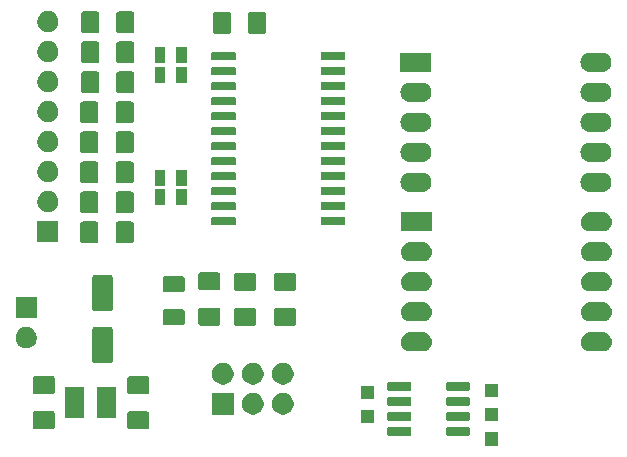
<source format=gbr>
G04 #@! TF.GenerationSoftware,KiCad,Pcbnew,5.1.6-1.fc32*
G04 #@! TF.CreationDate,2020-06-02T17:43:18-04:00*
G04 #@! TF.ProjectId,binarydispattiny,62696e61-7279-4646-9973-70617474696e,0.3*
G04 #@! TF.SameCoordinates,Original*
G04 #@! TF.FileFunction,Soldermask,Top*
G04 #@! TF.FilePolarity,Negative*
%FSLAX46Y46*%
G04 Gerber Fmt 4.6, Leading zero omitted, Abs format (unit mm)*
G04 Created by KiCad (PCBNEW 5.1.6-1.fc32) date 2020-06-02 17:43:18*
%MOMM*%
%LPD*%
G01*
G04 APERTURE LIST*
%ADD10C,0.100000*%
G04 APERTURE END LIST*
D10*
G36*
X152346480Y-113926440D02*
G01*
X151244480Y-113926440D01*
X151244480Y-112824440D01*
X152346480Y-112824440D01*
X152346480Y-113926440D01*
G37*
G36*
X149889188Y-112387124D02*
G01*
X149910269Y-112393520D01*
X149929705Y-112403908D01*
X149946736Y-112417884D01*
X149960712Y-112434915D01*
X149971100Y-112454351D01*
X149977496Y-112475432D01*
X149980260Y-112503500D01*
X149980260Y-112967220D01*
X149977496Y-112995288D01*
X149971100Y-113016369D01*
X149960712Y-113035805D01*
X149946736Y-113052836D01*
X149929705Y-113066812D01*
X149910269Y-113077200D01*
X149889188Y-113083596D01*
X149861120Y-113086360D01*
X148047400Y-113086360D01*
X148019332Y-113083596D01*
X147998251Y-113077200D01*
X147978815Y-113066812D01*
X147961784Y-113052836D01*
X147947808Y-113035805D01*
X147937420Y-113016369D01*
X147931024Y-112995288D01*
X147928260Y-112967220D01*
X147928260Y-112503500D01*
X147931024Y-112475432D01*
X147937420Y-112454351D01*
X147947808Y-112434915D01*
X147961784Y-112417884D01*
X147978815Y-112403908D01*
X147998251Y-112393520D01*
X148019332Y-112387124D01*
X148047400Y-112384360D01*
X149861120Y-112384360D01*
X149889188Y-112387124D01*
G37*
G36*
X144939188Y-112387124D02*
G01*
X144960269Y-112393520D01*
X144979705Y-112403908D01*
X144996736Y-112417884D01*
X145010712Y-112434915D01*
X145021100Y-112454351D01*
X145027496Y-112475432D01*
X145030260Y-112503500D01*
X145030260Y-112967220D01*
X145027496Y-112995288D01*
X145021100Y-113016369D01*
X145010712Y-113035805D01*
X144996736Y-113052836D01*
X144979705Y-113066812D01*
X144960269Y-113077200D01*
X144939188Y-113083596D01*
X144911120Y-113086360D01*
X143097400Y-113086360D01*
X143069332Y-113083596D01*
X143048251Y-113077200D01*
X143028815Y-113066812D01*
X143011784Y-113052836D01*
X142997808Y-113035805D01*
X142987420Y-113016369D01*
X142981024Y-112995288D01*
X142978260Y-112967220D01*
X142978260Y-112503500D01*
X142981024Y-112475432D01*
X142987420Y-112454351D01*
X142997808Y-112434915D01*
X143011784Y-112417884D01*
X143028815Y-112403908D01*
X143048251Y-112393520D01*
X143069332Y-112387124D01*
X143097400Y-112384360D01*
X144911120Y-112384360D01*
X144939188Y-112387124D01*
G37*
G36*
X122670162Y-111040381D02*
G01*
X122705081Y-111050974D01*
X122737263Y-111068176D01*
X122765473Y-111091327D01*
X122788624Y-111119537D01*
X122805826Y-111151719D01*
X122816419Y-111186638D01*
X122820600Y-111229095D01*
X122820600Y-112370305D01*
X122816419Y-112412762D01*
X122805826Y-112447681D01*
X122788624Y-112479863D01*
X122765473Y-112508073D01*
X122737263Y-112531224D01*
X122705081Y-112548426D01*
X122670162Y-112559019D01*
X122627705Y-112563200D01*
X121161495Y-112563200D01*
X121119038Y-112559019D01*
X121084119Y-112548426D01*
X121051937Y-112531224D01*
X121023727Y-112508073D01*
X121000576Y-112479863D01*
X120983374Y-112447681D01*
X120972781Y-112412762D01*
X120968600Y-112370305D01*
X120968600Y-111229095D01*
X120972781Y-111186638D01*
X120983374Y-111151719D01*
X121000576Y-111119537D01*
X121023727Y-111091327D01*
X121051937Y-111068176D01*
X121084119Y-111050974D01*
X121119038Y-111040381D01*
X121161495Y-111036200D01*
X122627705Y-111036200D01*
X122670162Y-111040381D01*
G37*
G36*
X114669162Y-111014981D02*
G01*
X114704081Y-111025574D01*
X114736263Y-111042776D01*
X114764473Y-111065927D01*
X114787624Y-111094137D01*
X114804826Y-111126319D01*
X114815419Y-111161238D01*
X114819600Y-111203695D01*
X114819600Y-112344905D01*
X114815419Y-112387362D01*
X114804826Y-112422281D01*
X114787624Y-112454463D01*
X114764473Y-112482673D01*
X114736263Y-112505824D01*
X114704081Y-112523026D01*
X114669162Y-112533619D01*
X114626705Y-112537800D01*
X113160495Y-112537800D01*
X113118038Y-112533619D01*
X113083119Y-112523026D01*
X113050937Y-112505824D01*
X113022727Y-112482673D01*
X112999576Y-112454463D01*
X112982374Y-112422281D01*
X112971781Y-112387362D01*
X112967600Y-112344905D01*
X112967600Y-111203695D01*
X112971781Y-111161238D01*
X112982374Y-111126319D01*
X112999576Y-111094137D01*
X113022727Y-111065927D01*
X113050937Y-111042776D01*
X113083119Y-111025574D01*
X113118038Y-111014981D01*
X113160495Y-111010800D01*
X114626705Y-111010800D01*
X114669162Y-111014981D01*
G37*
G36*
X141866440Y-112036680D02*
G01*
X140764440Y-112036680D01*
X140764440Y-110934680D01*
X141866440Y-110934680D01*
X141866440Y-112036680D01*
G37*
G36*
X152346480Y-111863960D02*
G01*
X151244480Y-111863960D01*
X151244480Y-110761960D01*
X152346480Y-110761960D01*
X152346480Y-111863960D01*
G37*
G36*
X149889188Y-111117124D02*
G01*
X149910269Y-111123520D01*
X149929705Y-111133908D01*
X149946736Y-111147884D01*
X149960712Y-111164915D01*
X149971100Y-111184351D01*
X149977496Y-111205432D01*
X149980260Y-111233500D01*
X149980260Y-111697220D01*
X149977496Y-111725288D01*
X149971100Y-111746369D01*
X149960712Y-111765805D01*
X149946736Y-111782836D01*
X149929705Y-111796812D01*
X149910269Y-111807200D01*
X149889188Y-111813596D01*
X149861120Y-111816360D01*
X148047400Y-111816360D01*
X148019332Y-111813596D01*
X147998251Y-111807200D01*
X147978815Y-111796812D01*
X147961784Y-111782836D01*
X147947808Y-111765805D01*
X147937420Y-111746369D01*
X147931024Y-111725288D01*
X147928260Y-111697220D01*
X147928260Y-111233500D01*
X147931024Y-111205432D01*
X147937420Y-111184351D01*
X147947808Y-111164915D01*
X147961784Y-111147884D01*
X147978815Y-111133908D01*
X147998251Y-111123520D01*
X148019332Y-111117124D01*
X148047400Y-111114360D01*
X149861120Y-111114360D01*
X149889188Y-111117124D01*
G37*
G36*
X144939188Y-111117124D02*
G01*
X144960269Y-111123520D01*
X144979705Y-111133908D01*
X144996736Y-111147884D01*
X145010712Y-111164915D01*
X145021100Y-111184351D01*
X145027496Y-111205432D01*
X145030260Y-111233500D01*
X145030260Y-111697220D01*
X145027496Y-111725288D01*
X145021100Y-111746369D01*
X145010712Y-111765805D01*
X144996736Y-111782836D01*
X144979705Y-111796812D01*
X144960269Y-111807200D01*
X144939188Y-111813596D01*
X144911120Y-111816360D01*
X143097400Y-111816360D01*
X143069332Y-111813596D01*
X143048251Y-111807200D01*
X143028815Y-111796812D01*
X143011784Y-111782836D01*
X142997808Y-111765805D01*
X142987420Y-111746369D01*
X142981024Y-111725288D01*
X142978260Y-111697220D01*
X142978260Y-111233500D01*
X142981024Y-111205432D01*
X142987420Y-111184351D01*
X142997808Y-111164915D01*
X143011784Y-111147884D01*
X143028815Y-111133908D01*
X143048251Y-111123520D01*
X143069332Y-111117124D01*
X143097400Y-111114360D01*
X144911120Y-111114360D01*
X144939188Y-111117124D01*
G37*
G36*
X120024300Y-111625500D02*
G01*
X118362300Y-111625500D01*
X118362300Y-108973500D01*
X120024300Y-108973500D01*
X120024300Y-111625500D01*
G37*
G36*
X117324300Y-111625500D02*
G01*
X115662300Y-111625500D01*
X115662300Y-108973500D01*
X117324300Y-108973500D01*
X117324300Y-111625500D01*
G37*
G36*
X134404178Y-109521647D02*
G01*
X134570624Y-109590591D01*
X134720422Y-109690683D01*
X134847817Y-109818078D01*
X134947909Y-109967876D01*
X135016853Y-110134322D01*
X135052000Y-110311018D01*
X135052000Y-110491182D01*
X135016853Y-110667878D01*
X134947909Y-110834324D01*
X134847817Y-110984122D01*
X134720422Y-111111517D01*
X134570624Y-111211609D01*
X134404178Y-111280553D01*
X134227482Y-111315700D01*
X134047318Y-111315700D01*
X133870622Y-111280553D01*
X133704176Y-111211609D01*
X133554378Y-111111517D01*
X133426983Y-110984122D01*
X133326891Y-110834324D01*
X133257947Y-110667878D01*
X133222800Y-110491182D01*
X133222800Y-110311018D01*
X133257947Y-110134322D01*
X133326891Y-109967876D01*
X133426983Y-109818078D01*
X133554378Y-109690683D01*
X133704176Y-109590591D01*
X133870622Y-109521647D01*
X134047318Y-109486500D01*
X134227482Y-109486500D01*
X134404178Y-109521647D01*
G37*
G36*
X131864178Y-109521647D02*
G01*
X132030624Y-109590591D01*
X132180422Y-109690683D01*
X132307817Y-109818078D01*
X132407909Y-109967876D01*
X132476853Y-110134322D01*
X132512000Y-110311018D01*
X132512000Y-110491182D01*
X132476853Y-110667878D01*
X132407909Y-110834324D01*
X132307817Y-110984122D01*
X132180422Y-111111517D01*
X132030624Y-111211609D01*
X131864178Y-111280553D01*
X131687482Y-111315700D01*
X131507318Y-111315700D01*
X131330622Y-111280553D01*
X131164176Y-111211609D01*
X131014378Y-111111517D01*
X130886983Y-110984122D01*
X130786891Y-110834324D01*
X130717947Y-110667878D01*
X130682800Y-110491182D01*
X130682800Y-110311018D01*
X130717947Y-110134322D01*
X130786891Y-109967876D01*
X130886983Y-109818078D01*
X131014378Y-109690683D01*
X131164176Y-109590591D01*
X131330622Y-109521647D01*
X131507318Y-109486500D01*
X131687482Y-109486500D01*
X131864178Y-109521647D01*
G37*
G36*
X129972000Y-111315700D02*
G01*
X128142800Y-111315700D01*
X128142800Y-109486500D01*
X129972000Y-109486500D01*
X129972000Y-111315700D01*
G37*
G36*
X149889188Y-109847124D02*
G01*
X149910269Y-109853520D01*
X149929705Y-109863908D01*
X149946736Y-109877884D01*
X149960712Y-109894915D01*
X149971100Y-109914351D01*
X149977496Y-109935432D01*
X149980260Y-109963500D01*
X149980260Y-110427220D01*
X149977496Y-110455288D01*
X149971100Y-110476369D01*
X149960712Y-110495805D01*
X149946736Y-110512836D01*
X149929705Y-110526812D01*
X149910269Y-110537200D01*
X149889188Y-110543596D01*
X149861120Y-110546360D01*
X148047400Y-110546360D01*
X148019332Y-110543596D01*
X147998251Y-110537200D01*
X147978815Y-110526812D01*
X147961784Y-110512836D01*
X147947808Y-110495805D01*
X147937420Y-110476369D01*
X147931024Y-110455288D01*
X147928260Y-110427220D01*
X147928260Y-109963500D01*
X147931024Y-109935432D01*
X147937420Y-109914351D01*
X147947808Y-109894915D01*
X147961784Y-109877884D01*
X147978815Y-109863908D01*
X147998251Y-109853520D01*
X148019332Y-109847124D01*
X148047400Y-109844360D01*
X149861120Y-109844360D01*
X149889188Y-109847124D01*
G37*
G36*
X144939188Y-109847124D02*
G01*
X144960269Y-109853520D01*
X144979705Y-109863908D01*
X144996736Y-109877884D01*
X145010712Y-109894915D01*
X145021100Y-109914351D01*
X145027496Y-109935432D01*
X145030260Y-109963500D01*
X145030260Y-110427220D01*
X145027496Y-110455288D01*
X145021100Y-110476369D01*
X145010712Y-110495805D01*
X144996736Y-110512836D01*
X144979705Y-110526812D01*
X144960269Y-110537200D01*
X144939188Y-110543596D01*
X144911120Y-110546360D01*
X143097400Y-110546360D01*
X143069332Y-110543596D01*
X143048251Y-110537200D01*
X143028815Y-110526812D01*
X143011784Y-110512836D01*
X142997808Y-110495805D01*
X142987420Y-110476369D01*
X142981024Y-110455288D01*
X142978260Y-110427220D01*
X142978260Y-109963500D01*
X142981024Y-109935432D01*
X142987420Y-109914351D01*
X142997808Y-109894915D01*
X143011784Y-109877884D01*
X143028815Y-109863908D01*
X143048251Y-109853520D01*
X143069332Y-109847124D01*
X143097400Y-109844360D01*
X144911120Y-109844360D01*
X144939188Y-109847124D01*
G37*
G36*
X141866440Y-109948800D02*
G01*
X140764440Y-109948800D01*
X140764440Y-108846800D01*
X141866440Y-108846800D01*
X141866440Y-109948800D01*
G37*
G36*
X152336320Y-109786240D02*
G01*
X151234320Y-109786240D01*
X151234320Y-108684240D01*
X152336320Y-108684240D01*
X152336320Y-109786240D01*
G37*
G36*
X122670162Y-108065381D02*
G01*
X122705081Y-108075974D01*
X122737263Y-108093176D01*
X122765473Y-108116327D01*
X122788624Y-108144537D01*
X122805826Y-108176719D01*
X122816419Y-108211638D01*
X122820600Y-108254095D01*
X122820600Y-109395305D01*
X122816419Y-109437762D01*
X122805826Y-109472681D01*
X122788624Y-109504863D01*
X122765473Y-109533073D01*
X122737263Y-109556224D01*
X122705081Y-109573426D01*
X122670162Y-109584019D01*
X122627705Y-109588200D01*
X121161495Y-109588200D01*
X121119038Y-109584019D01*
X121084119Y-109573426D01*
X121051937Y-109556224D01*
X121023727Y-109533073D01*
X121000576Y-109504863D01*
X120983374Y-109472681D01*
X120972781Y-109437762D01*
X120968600Y-109395305D01*
X120968600Y-108254095D01*
X120972781Y-108211638D01*
X120983374Y-108176719D01*
X121000576Y-108144537D01*
X121023727Y-108116327D01*
X121051937Y-108093176D01*
X121084119Y-108075974D01*
X121119038Y-108065381D01*
X121161495Y-108061200D01*
X122627705Y-108061200D01*
X122670162Y-108065381D01*
G37*
G36*
X114669162Y-108039981D02*
G01*
X114704081Y-108050574D01*
X114736263Y-108067776D01*
X114764473Y-108090927D01*
X114787624Y-108119137D01*
X114804826Y-108151319D01*
X114815419Y-108186238D01*
X114819600Y-108228695D01*
X114819600Y-109369905D01*
X114815419Y-109412362D01*
X114804826Y-109447281D01*
X114787624Y-109479463D01*
X114764473Y-109507673D01*
X114736263Y-109530824D01*
X114704081Y-109548026D01*
X114669162Y-109558619D01*
X114626705Y-109562800D01*
X113160495Y-109562800D01*
X113118038Y-109558619D01*
X113083119Y-109548026D01*
X113050937Y-109530824D01*
X113022727Y-109507673D01*
X112999576Y-109479463D01*
X112982374Y-109447281D01*
X112971781Y-109412362D01*
X112967600Y-109369905D01*
X112967600Y-108228695D01*
X112971781Y-108186238D01*
X112982374Y-108151319D01*
X112999576Y-108119137D01*
X113022727Y-108090927D01*
X113050937Y-108067776D01*
X113083119Y-108050574D01*
X113118038Y-108039981D01*
X113160495Y-108035800D01*
X114626705Y-108035800D01*
X114669162Y-108039981D01*
G37*
G36*
X149889188Y-108577124D02*
G01*
X149910269Y-108583520D01*
X149929705Y-108593908D01*
X149946736Y-108607884D01*
X149960712Y-108624915D01*
X149971100Y-108644351D01*
X149977496Y-108665432D01*
X149980260Y-108693500D01*
X149980260Y-109157220D01*
X149977496Y-109185288D01*
X149971100Y-109206369D01*
X149960712Y-109225805D01*
X149946736Y-109242836D01*
X149929705Y-109256812D01*
X149910269Y-109267200D01*
X149889188Y-109273596D01*
X149861120Y-109276360D01*
X148047400Y-109276360D01*
X148019332Y-109273596D01*
X147998251Y-109267200D01*
X147978815Y-109256812D01*
X147961784Y-109242836D01*
X147947808Y-109225805D01*
X147937420Y-109206369D01*
X147931024Y-109185288D01*
X147928260Y-109157220D01*
X147928260Y-108693500D01*
X147931024Y-108665432D01*
X147937420Y-108644351D01*
X147947808Y-108624915D01*
X147961784Y-108607884D01*
X147978815Y-108593908D01*
X147998251Y-108583520D01*
X148019332Y-108577124D01*
X148047400Y-108574360D01*
X149861120Y-108574360D01*
X149889188Y-108577124D01*
G37*
G36*
X144939188Y-108577124D02*
G01*
X144960269Y-108583520D01*
X144979705Y-108593908D01*
X144996736Y-108607884D01*
X145010712Y-108624915D01*
X145021100Y-108644351D01*
X145027496Y-108665432D01*
X145030260Y-108693500D01*
X145030260Y-109157220D01*
X145027496Y-109185288D01*
X145021100Y-109206369D01*
X145010712Y-109225805D01*
X144996736Y-109242836D01*
X144979705Y-109256812D01*
X144960269Y-109267200D01*
X144939188Y-109273596D01*
X144911120Y-109276360D01*
X143097400Y-109276360D01*
X143069332Y-109273596D01*
X143048251Y-109267200D01*
X143028815Y-109256812D01*
X143011784Y-109242836D01*
X142997808Y-109225805D01*
X142987420Y-109206369D01*
X142981024Y-109185288D01*
X142978260Y-109157220D01*
X142978260Y-108693500D01*
X142981024Y-108665432D01*
X142987420Y-108644351D01*
X142997808Y-108624915D01*
X143011784Y-108607884D01*
X143028815Y-108593908D01*
X143048251Y-108583520D01*
X143069332Y-108577124D01*
X143097400Y-108574360D01*
X144911120Y-108574360D01*
X144939188Y-108577124D01*
G37*
G36*
X131864178Y-106981647D02*
G01*
X132030624Y-107050591D01*
X132180422Y-107150683D01*
X132307817Y-107278078D01*
X132407909Y-107427876D01*
X132476853Y-107594322D01*
X132512000Y-107771018D01*
X132512000Y-107951182D01*
X132476853Y-108127878D01*
X132407909Y-108294324D01*
X132307817Y-108444122D01*
X132180422Y-108571517D01*
X132030624Y-108671609D01*
X131864178Y-108740553D01*
X131687482Y-108775700D01*
X131507318Y-108775700D01*
X131330622Y-108740553D01*
X131164176Y-108671609D01*
X131014378Y-108571517D01*
X130886983Y-108444122D01*
X130786891Y-108294324D01*
X130717947Y-108127878D01*
X130682800Y-107951182D01*
X130682800Y-107771018D01*
X130717947Y-107594322D01*
X130786891Y-107427876D01*
X130886983Y-107278078D01*
X131014378Y-107150683D01*
X131164176Y-107050591D01*
X131330622Y-106981647D01*
X131507318Y-106946500D01*
X131687482Y-106946500D01*
X131864178Y-106981647D01*
G37*
G36*
X134404178Y-106981647D02*
G01*
X134570624Y-107050591D01*
X134720422Y-107150683D01*
X134847817Y-107278078D01*
X134947909Y-107427876D01*
X135016853Y-107594322D01*
X135052000Y-107771018D01*
X135052000Y-107951182D01*
X135016853Y-108127878D01*
X134947909Y-108294324D01*
X134847817Y-108444122D01*
X134720422Y-108571517D01*
X134570624Y-108671609D01*
X134404178Y-108740553D01*
X134227482Y-108775700D01*
X134047318Y-108775700D01*
X133870622Y-108740553D01*
X133704176Y-108671609D01*
X133554378Y-108571517D01*
X133426983Y-108444122D01*
X133326891Y-108294324D01*
X133257947Y-108127878D01*
X133222800Y-107951182D01*
X133222800Y-107771018D01*
X133257947Y-107594322D01*
X133326891Y-107427876D01*
X133426983Y-107278078D01*
X133554378Y-107150683D01*
X133704176Y-107050591D01*
X133870622Y-106981647D01*
X134047318Y-106946500D01*
X134227482Y-106946500D01*
X134404178Y-106981647D01*
G37*
G36*
X129324178Y-106981647D02*
G01*
X129490624Y-107050591D01*
X129640422Y-107150683D01*
X129767817Y-107278078D01*
X129867909Y-107427876D01*
X129936853Y-107594322D01*
X129972000Y-107771018D01*
X129972000Y-107951182D01*
X129936853Y-108127878D01*
X129867909Y-108294324D01*
X129767817Y-108444122D01*
X129640422Y-108571517D01*
X129490624Y-108671609D01*
X129324178Y-108740553D01*
X129147482Y-108775700D01*
X128967318Y-108775700D01*
X128790622Y-108740553D01*
X128624176Y-108671609D01*
X128474378Y-108571517D01*
X128346983Y-108444122D01*
X128246891Y-108294324D01*
X128177947Y-108127878D01*
X128142800Y-107951182D01*
X128142800Y-107771018D01*
X128177947Y-107594322D01*
X128246891Y-107427876D01*
X128346983Y-107278078D01*
X128474378Y-107150683D01*
X128624176Y-107050591D01*
X128790622Y-106981647D01*
X128967318Y-106946500D01*
X129147482Y-106946500D01*
X129324178Y-106981647D01*
G37*
G36*
X119577997Y-103878651D02*
G01*
X119611652Y-103888861D01*
X119642665Y-103905438D01*
X119669851Y-103927749D01*
X119692162Y-103954935D01*
X119708739Y-103985948D01*
X119718949Y-104019603D01*
X119723000Y-104060738D01*
X119723000Y-106790462D01*
X119718949Y-106831597D01*
X119708739Y-106865252D01*
X119692162Y-106896265D01*
X119669851Y-106923451D01*
X119642665Y-106945762D01*
X119611652Y-106962339D01*
X119577997Y-106972549D01*
X119536862Y-106976600D01*
X118207138Y-106976600D01*
X118166003Y-106972549D01*
X118132348Y-106962339D01*
X118101335Y-106945762D01*
X118074149Y-106923451D01*
X118051838Y-106896265D01*
X118035261Y-106865252D01*
X118025051Y-106831597D01*
X118021000Y-106790462D01*
X118021000Y-104060738D01*
X118025051Y-104019603D01*
X118035261Y-103985948D01*
X118051838Y-103954935D01*
X118074149Y-103927749D01*
X118101335Y-103905438D01*
X118132348Y-103888861D01*
X118166003Y-103878651D01*
X118207138Y-103874600D01*
X119536862Y-103874600D01*
X119577997Y-103878651D01*
G37*
G36*
X161260147Y-104341841D02*
G01*
X161339776Y-104349684D01*
X161493027Y-104396172D01*
X161493030Y-104396173D01*
X161634263Y-104471664D01*
X161758059Y-104573261D01*
X161859656Y-104697057D01*
X161935147Y-104838290D01*
X161935148Y-104838293D01*
X161981636Y-104991544D01*
X161997333Y-105150920D01*
X161981636Y-105310296D01*
X161962083Y-105374753D01*
X161935147Y-105463550D01*
X161859656Y-105604783D01*
X161758059Y-105728579D01*
X161634263Y-105830176D01*
X161493030Y-105905667D01*
X161493027Y-105905668D01*
X161339776Y-105952156D01*
X161260147Y-105959999D01*
X161220334Y-105963920D01*
X160140466Y-105963920D01*
X160100653Y-105959999D01*
X160021024Y-105952156D01*
X159867773Y-105905668D01*
X159867770Y-105905667D01*
X159726537Y-105830176D01*
X159602741Y-105728579D01*
X159501144Y-105604783D01*
X159425653Y-105463550D01*
X159398717Y-105374753D01*
X159379164Y-105310296D01*
X159363467Y-105150920D01*
X159379164Y-104991544D01*
X159425652Y-104838293D01*
X159425653Y-104838290D01*
X159501144Y-104697057D01*
X159602741Y-104573261D01*
X159726537Y-104471664D01*
X159867770Y-104396173D01*
X159867773Y-104396172D01*
X160021024Y-104349684D01*
X160100653Y-104341841D01*
X160140466Y-104337920D01*
X161220334Y-104337920D01*
X161260147Y-104341841D01*
G37*
G36*
X146020147Y-104341841D02*
G01*
X146099776Y-104349684D01*
X146253027Y-104396172D01*
X146253030Y-104396173D01*
X146394263Y-104471664D01*
X146518059Y-104573261D01*
X146619656Y-104697057D01*
X146695147Y-104838290D01*
X146695148Y-104838293D01*
X146741636Y-104991544D01*
X146757333Y-105150920D01*
X146741636Y-105310296D01*
X146722083Y-105374753D01*
X146695147Y-105463550D01*
X146619656Y-105604783D01*
X146518059Y-105728579D01*
X146394263Y-105830176D01*
X146253030Y-105905667D01*
X146253027Y-105905668D01*
X146099776Y-105952156D01*
X146020147Y-105959999D01*
X145980334Y-105963920D01*
X144900466Y-105963920D01*
X144860653Y-105959999D01*
X144781024Y-105952156D01*
X144627773Y-105905668D01*
X144627770Y-105905667D01*
X144486537Y-105830176D01*
X144362741Y-105728579D01*
X144261144Y-105604783D01*
X144185653Y-105463550D01*
X144158717Y-105374753D01*
X144139164Y-105310296D01*
X144123467Y-105150920D01*
X144139164Y-104991544D01*
X144185652Y-104838293D01*
X144185653Y-104838290D01*
X144261144Y-104697057D01*
X144362741Y-104573261D01*
X144486537Y-104471664D01*
X144627770Y-104396173D01*
X144627773Y-104396172D01*
X144781024Y-104349684D01*
X144860653Y-104341841D01*
X144900466Y-104337920D01*
X145980334Y-104337920D01*
X146020147Y-104341841D01*
G37*
G36*
X112521212Y-103904327D02*
G01*
X112670512Y-103934024D01*
X112834484Y-104001944D01*
X112982054Y-104100547D01*
X113107553Y-104226046D01*
X113206156Y-104373616D01*
X113274076Y-104537588D01*
X113308700Y-104711659D01*
X113308700Y-104889141D01*
X113274076Y-105063212D01*
X113206156Y-105227184D01*
X113107553Y-105374754D01*
X112982054Y-105500253D01*
X112834484Y-105598856D01*
X112670512Y-105666776D01*
X112521212Y-105696473D01*
X112496442Y-105701400D01*
X112318958Y-105701400D01*
X112294188Y-105696473D01*
X112144888Y-105666776D01*
X111980916Y-105598856D01*
X111833346Y-105500253D01*
X111707847Y-105374754D01*
X111609244Y-105227184D01*
X111541324Y-105063212D01*
X111506700Y-104889141D01*
X111506700Y-104711659D01*
X111541324Y-104537588D01*
X111609244Y-104373616D01*
X111707847Y-104226046D01*
X111833346Y-104100547D01*
X111980916Y-104001944D01*
X112144888Y-103934024D01*
X112294188Y-103904327D01*
X112318958Y-103899400D01*
X112496442Y-103899400D01*
X112521212Y-103904327D01*
G37*
G36*
X135103462Y-102277381D02*
G01*
X135138381Y-102287974D01*
X135170563Y-102305176D01*
X135198773Y-102328327D01*
X135221924Y-102356537D01*
X135239126Y-102388719D01*
X135249719Y-102423638D01*
X135253900Y-102466095D01*
X135253900Y-103607305D01*
X135249719Y-103649762D01*
X135239126Y-103684681D01*
X135221924Y-103716863D01*
X135198773Y-103745073D01*
X135170563Y-103768224D01*
X135138381Y-103785426D01*
X135103462Y-103796019D01*
X135061005Y-103800200D01*
X133594795Y-103800200D01*
X133552338Y-103796019D01*
X133517419Y-103785426D01*
X133485237Y-103768224D01*
X133457027Y-103745073D01*
X133433876Y-103716863D01*
X133416674Y-103684681D01*
X133406081Y-103649762D01*
X133401900Y-103607305D01*
X133401900Y-102466095D01*
X133406081Y-102423638D01*
X133416674Y-102388719D01*
X133433876Y-102356537D01*
X133457027Y-102328327D01*
X133485237Y-102305176D01*
X133517419Y-102287974D01*
X133552338Y-102277381D01*
X133594795Y-102273200D01*
X135061005Y-102273200D01*
X135103462Y-102277381D01*
G37*
G36*
X131712562Y-102264681D02*
G01*
X131747481Y-102275274D01*
X131779663Y-102292476D01*
X131807873Y-102315627D01*
X131831024Y-102343837D01*
X131848226Y-102376019D01*
X131858819Y-102410938D01*
X131863000Y-102453395D01*
X131863000Y-103594605D01*
X131858819Y-103637062D01*
X131848226Y-103671981D01*
X131831024Y-103704163D01*
X131807873Y-103732373D01*
X131779663Y-103755524D01*
X131747481Y-103772726D01*
X131712562Y-103783319D01*
X131670105Y-103787500D01*
X130203895Y-103787500D01*
X130161438Y-103783319D01*
X130126519Y-103772726D01*
X130094337Y-103755524D01*
X130066127Y-103732373D01*
X130042976Y-103704163D01*
X130025774Y-103671981D01*
X130015181Y-103637062D01*
X130011000Y-103594605D01*
X130011000Y-102453395D01*
X130015181Y-102410938D01*
X130025774Y-102376019D01*
X130042976Y-102343837D01*
X130066127Y-102315627D01*
X130094337Y-102292476D01*
X130126519Y-102275274D01*
X130161438Y-102264681D01*
X130203895Y-102260500D01*
X131670105Y-102260500D01*
X131712562Y-102264681D01*
G37*
G36*
X128689962Y-102251981D02*
G01*
X128724881Y-102262574D01*
X128757063Y-102279776D01*
X128785273Y-102302927D01*
X128808424Y-102331137D01*
X128825626Y-102363319D01*
X128836219Y-102398238D01*
X128840400Y-102440695D01*
X128840400Y-103581905D01*
X128836219Y-103624362D01*
X128825626Y-103659281D01*
X128808424Y-103691463D01*
X128785273Y-103719673D01*
X128757063Y-103742824D01*
X128724881Y-103760026D01*
X128689962Y-103770619D01*
X128647505Y-103774800D01*
X127181295Y-103774800D01*
X127138838Y-103770619D01*
X127103919Y-103760026D01*
X127071737Y-103742824D01*
X127043527Y-103719673D01*
X127020376Y-103691463D01*
X127003174Y-103659281D01*
X126992581Y-103624362D01*
X126988400Y-103581905D01*
X126988400Y-102440695D01*
X126992581Y-102398238D01*
X127003174Y-102363319D01*
X127020376Y-102331137D01*
X127043527Y-102302927D01*
X127071737Y-102279776D01*
X127103919Y-102262574D01*
X127138838Y-102251981D01*
X127181295Y-102247800D01*
X128647505Y-102247800D01*
X128689962Y-102251981D01*
G37*
G36*
X125660404Y-102396927D02*
G01*
X125696944Y-102408012D01*
X125730621Y-102426013D01*
X125760141Y-102450239D01*
X125784367Y-102479759D01*
X125802368Y-102513436D01*
X125813453Y-102549976D01*
X125817800Y-102594118D01*
X125817800Y-103543042D01*
X125813453Y-103587184D01*
X125802368Y-103623724D01*
X125784367Y-103657401D01*
X125760141Y-103686921D01*
X125730621Y-103711147D01*
X125696944Y-103729148D01*
X125660404Y-103740233D01*
X125616262Y-103744580D01*
X124167338Y-103744580D01*
X124123196Y-103740233D01*
X124086656Y-103729148D01*
X124052979Y-103711147D01*
X124023459Y-103686921D01*
X123999233Y-103657401D01*
X123981232Y-103623724D01*
X123970147Y-103587184D01*
X123965800Y-103543042D01*
X123965800Y-102594118D01*
X123970147Y-102549976D01*
X123981232Y-102513436D01*
X123999233Y-102479759D01*
X124023459Y-102450239D01*
X124052979Y-102426013D01*
X124086656Y-102408012D01*
X124123196Y-102396927D01*
X124167338Y-102392580D01*
X125616262Y-102392580D01*
X125660404Y-102396927D01*
G37*
G36*
X146020147Y-101801841D02*
G01*
X146099776Y-101809684D01*
X146253027Y-101856172D01*
X146253030Y-101856173D01*
X146394263Y-101931664D01*
X146518059Y-102033261D01*
X146619656Y-102157057D01*
X146695147Y-102298290D01*
X146695148Y-102298293D01*
X146741636Y-102451544D01*
X146757333Y-102610920D01*
X146741636Y-102770296D01*
X146695148Y-102923547D01*
X146695147Y-102923550D01*
X146619656Y-103064783D01*
X146518059Y-103188579D01*
X146394263Y-103290176D01*
X146253030Y-103365667D01*
X146253027Y-103365668D01*
X146099776Y-103412156D01*
X146020147Y-103419999D01*
X145980334Y-103423920D01*
X144900466Y-103423920D01*
X144860653Y-103419999D01*
X144781024Y-103412156D01*
X144627773Y-103365668D01*
X144627770Y-103365667D01*
X144486537Y-103290176D01*
X144362741Y-103188579D01*
X144261144Y-103064783D01*
X144185653Y-102923550D01*
X144185652Y-102923547D01*
X144139164Y-102770296D01*
X144123467Y-102610920D01*
X144139164Y-102451544D01*
X144185652Y-102298293D01*
X144185653Y-102298290D01*
X144261144Y-102157057D01*
X144362741Y-102033261D01*
X144486537Y-101931664D01*
X144627770Y-101856173D01*
X144627773Y-101856172D01*
X144781024Y-101809684D01*
X144860653Y-101801841D01*
X144900466Y-101797920D01*
X145980334Y-101797920D01*
X146020147Y-101801841D01*
G37*
G36*
X161260147Y-101801841D02*
G01*
X161339776Y-101809684D01*
X161493027Y-101856172D01*
X161493030Y-101856173D01*
X161634263Y-101931664D01*
X161758059Y-102033261D01*
X161859656Y-102157057D01*
X161935147Y-102298290D01*
X161935148Y-102298293D01*
X161981636Y-102451544D01*
X161997333Y-102610920D01*
X161981636Y-102770296D01*
X161935148Y-102923547D01*
X161935147Y-102923550D01*
X161859656Y-103064783D01*
X161758059Y-103188579D01*
X161634263Y-103290176D01*
X161493030Y-103365667D01*
X161493027Y-103365668D01*
X161339776Y-103412156D01*
X161260147Y-103419999D01*
X161220334Y-103423920D01*
X160140466Y-103423920D01*
X160100653Y-103419999D01*
X160021024Y-103412156D01*
X159867773Y-103365668D01*
X159867770Y-103365667D01*
X159726537Y-103290176D01*
X159602741Y-103188579D01*
X159501144Y-103064783D01*
X159425653Y-102923550D01*
X159425652Y-102923547D01*
X159379164Y-102770296D01*
X159363467Y-102610920D01*
X159379164Y-102451544D01*
X159425652Y-102298293D01*
X159425653Y-102298290D01*
X159501144Y-102157057D01*
X159602741Y-102033261D01*
X159726537Y-101931664D01*
X159867770Y-101856173D01*
X159867773Y-101856172D01*
X160021024Y-101809684D01*
X160100653Y-101801841D01*
X160140466Y-101797920D01*
X161220334Y-101797920D01*
X161260147Y-101801841D01*
G37*
G36*
X113308700Y-103161400D02*
G01*
X111506700Y-103161400D01*
X111506700Y-101359400D01*
X113308700Y-101359400D01*
X113308700Y-103161400D01*
G37*
G36*
X119577997Y-99478651D02*
G01*
X119611652Y-99488861D01*
X119642665Y-99505438D01*
X119669851Y-99527749D01*
X119692162Y-99554935D01*
X119708739Y-99585948D01*
X119718949Y-99619603D01*
X119723000Y-99660738D01*
X119723000Y-102390462D01*
X119718949Y-102431597D01*
X119708739Y-102465252D01*
X119692162Y-102496265D01*
X119669851Y-102523451D01*
X119642665Y-102545762D01*
X119611652Y-102562339D01*
X119577997Y-102572549D01*
X119536862Y-102576600D01*
X118207138Y-102576600D01*
X118166003Y-102572549D01*
X118132348Y-102562339D01*
X118101335Y-102545762D01*
X118074149Y-102523451D01*
X118051838Y-102496265D01*
X118035261Y-102465252D01*
X118025051Y-102431597D01*
X118021000Y-102390462D01*
X118021000Y-99660738D01*
X118025051Y-99619603D01*
X118035261Y-99585948D01*
X118051838Y-99554935D01*
X118074149Y-99527749D01*
X118101335Y-99505438D01*
X118132348Y-99488861D01*
X118166003Y-99478651D01*
X118207138Y-99474600D01*
X119536862Y-99474600D01*
X119577997Y-99478651D01*
G37*
G36*
X125660404Y-99596927D02*
G01*
X125696944Y-99608012D01*
X125730621Y-99626013D01*
X125760141Y-99650239D01*
X125784367Y-99679759D01*
X125802368Y-99713436D01*
X125813453Y-99749976D01*
X125817800Y-99794118D01*
X125817800Y-100743042D01*
X125813453Y-100787184D01*
X125802368Y-100823724D01*
X125784367Y-100857401D01*
X125760141Y-100886921D01*
X125730621Y-100911147D01*
X125696944Y-100929148D01*
X125660404Y-100940233D01*
X125616262Y-100944580D01*
X124167338Y-100944580D01*
X124123196Y-100940233D01*
X124086656Y-100929148D01*
X124052979Y-100911147D01*
X124023459Y-100886921D01*
X123999233Y-100857401D01*
X123981232Y-100823724D01*
X123970147Y-100787184D01*
X123965800Y-100743042D01*
X123965800Y-99794118D01*
X123970147Y-99749976D01*
X123981232Y-99713436D01*
X123999233Y-99679759D01*
X124023459Y-99650239D01*
X124052979Y-99626013D01*
X124086656Y-99608012D01*
X124123196Y-99596927D01*
X124167338Y-99592580D01*
X125616262Y-99592580D01*
X125660404Y-99596927D01*
G37*
G36*
X161260147Y-99261841D02*
G01*
X161339776Y-99269684D01*
X161493027Y-99316172D01*
X161493030Y-99316173D01*
X161634263Y-99391664D01*
X161758059Y-99493261D01*
X161859656Y-99617057D01*
X161935147Y-99758290D01*
X161935148Y-99758293D01*
X161981636Y-99911544D01*
X161997333Y-100070920D01*
X161981636Y-100230296D01*
X161935148Y-100383547D01*
X161935147Y-100383550D01*
X161859656Y-100524783D01*
X161758059Y-100648579D01*
X161634263Y-100750176D01*
X161493030Y-100825667D01*
X161493027Y-100825668D01*
X161339776Y-100872156D01*
X161260147Y-100879999D01*
X161220334Y-100883920D01*
X160140466Y-100883920D01*
X160100653Y-100879999D01*
X160021024Y-100872156D01*
X159867773Y-100825668D01*
X159867770Y-100825667D01*
X159726537Y-100750176D01*
X159602741Y-100648579D01*
X159501144Y-100524783D01*
X159425653Y-100383550D01*
X159425652Y-100383547D01*
X159379164Y-100230296D01*
X159363467Y-100070920D01*
X159379164Y-99911544D01*
X159425652Y-99758293D01*
X159425653Y-99758290D01*
X159501144Y-99617057D01*
X159602741Y-99493261D01*
X159726537Y-99391664D01*
X159867770Y-99316173D01*
X159867773Y-99316172D01*
X160021024Y-99269684D01*
X160100653Y-99261841D01*
X160140466Y-99257920D01*
X161220334Y-99257920D01*
X161260147Y-99261841D01*
G37*
G36*
X146020147Y-99261841D02*
G01*
X146099776Y-99269684D01*
X146253027Y-99316172D01*
X146253030Y-99316173D01*
X146394263Y-99391664D01*
X146518059Y-99493261D01*
X146619656Y-99617057D01*
X146695147Y-99758290D01*
X146695148Y-99758293D01*
X146741636Y-99911544D01*
X146757333Y-100070920D01*
X146741636Y-100230296D01*
X146695148Y-100383547D01*
X146695147Y-100383550D01*
X146619656Y-100524783D01*
X146518059Y-100648579D01*
X146394263Y-100750176D01*
X146253030Y-100825667D01*
X146253027Y-100825668D01*
X146099776Y-100872156D01*
X146020147Y-100879999D01*
X145980334Y-100883920D01*
X144900466Y-100883920D01*
X144860653Y-100879999D01*
X144781024Y-100872156D01*
X144627773Y-100825668D01*
X144627770Y-100825667D01*
X144486537Y-100750176D01*
X144362741Y-100648579D01*
X144261144Y-100524783D01*
X144185653Y-100383550D01*
X144185652Y-100383547D01*
X144139164Y-100230296D01*
X144123467Y-100070920D01*
X144139164Y-99911544D01*
X144185652Y-99758293D01*
X144185653Y-99758290D01*
X144261144Y-99617057D01*
X144362741Y-99493261D01*
X144486537Y-99391664D01*
X144627770Y-99316173D01*
X144627773Y-99316172D01*
X144781024Y-99269684D01*
X144860653Y-99261841D01*
X144900466Y-99257920D01*
X145980334Y-99257920D01*
X146020147Y-99261841D01*
G37*
G36*
X135103462Y-99302381D02*
G01*
X135138381Y-99312974D01*
X135170563Y-99330176D01*
X135198773Y-99353327D01*
X135221924Y-99381537D01*
X135239126Y-99413719D01*
X135249719Y-99448638D01*
X135253900Y-99491095D01*
X135253900Y-100632305D01*
X135249719Y-100674762D01*
X135239126Y-100709681D01*
X135221924Y-100741863D01*
X135198773Y-100770073D01*
X135170563Y-100793224D01*
X135138381Y-100810426D01*
X135103462Y-100821019D01*
X135061005Y-100825200D01*
X133594795Y-100825200D01*
X133552338Y-100821019D01*
X133517419Y-100810426D01*
X133485237Y-100793224D01*
X133457027Y-100770073D01*
X133433876Y-100741863D01*
X133416674Y-100709681D01*
X133406081Y-100674762D01*
X133401900Y-100632305D01*
X133401900Y-99491095D01*
X133406081Y-99448638D01*
X133416674Y-99413719D01*
X133433876Y-99381537D01*
X133457027Y-99353327D01*
X133485237Y-99330176D01*
X133517419Y-99312974D01*
X133552338Y-99302381D01*
X133594795Y-99298200D01*
X135061005Y-99298200D01*
X135103462Y-99302381D01*
G37*
G36*
X131712562Y-99289681D02*
G01*
X131747481Y-99300274D01*
X131779663Y-99317476D01*
X131807873Y-99340627D01*
X131831024Y-99368837D01*
X131848226Y-99401019D01*
X131858819Y-99435938D01*
X131863000Y-99478395D01*
X131863000Y-100619605D01*
X131858819Y-100662062D01*
X131848226Y-100696981D01*
X131831024Y-100729163D01*
X131807873Y-100757373D01*
X131779663Y-100780524D01*
X131747481Y-100797726D01*
X131712562Y-100808319D01*
X131670105Y-100812500D01*
X130203895Y-100812500D01*
X130161438Y-100808319D01*
X130126519Y-100797726D01*
X130094337Y-100780524D01*
X130066127Y-100757373D01*
X130042976Y-100729163D01*
X130025774Y-100696981D01*
X130015181Y-100662062D01*
X130011000Y-100619605D01*
X130011000Y-99478395D01*
X130015181Y-99435938D01*
X130025774Y-99401019D01*
X130042976Y-99368837D01*
X130066127Y-99340627D01*
X130094337Y-99317476D01*
X130126519Y-99300274D01*
X130161438Y-99289681D01*
X130203895Y-99285500D01*
X131670105Y-99285500D01*
X131712562Y-99289681D01*
G37*
G36*
X128689962Y-99276981D02*
G01*
X128724881Y-99287574D01*
X128757063Y-99304776D01*
X128785273Y-99327927D01*
X128808424Y-99356137D01*
X128825626Y-99388319D01*
X128836219Y-99423238D01*
X128840400Y-99465695D01*
X128840400Y-100606905D01*
X128836219Y-100649362D01*
X128825626Y-100684281D01*
X128808424Y-100716463D01*
X128785273Y-100744673D01*
X128757063Y-100767824D01*
X128724881Y-100785026D01*
X128689962Y-100795619D01*
X128647505Y-100799800D01*
X127181295Y-100799800D01*
X127138838Y-100795619D01*
X127103919Y-100785026D01*
X127071737Y-100767824D01*
X127043527Y-100744673D01*
X127020376Y-100716463D01*
X127003174Y-100684281D01*
X126992581Y-100649362D01*
X126988400Y-100606905D01*
X126988400Y-99465695D01*
X126992581Y-99423238D01*
X127003174Y-99388319D01*
X127020376Y-99356137D01*
X127043527Y-99327927D01*
X127071737Y-99304776D01*
X127103919Y-99287574D01*
X127138838Y-99276981D01*
X127181295Y-99272800D01*
X128647505Y-99272800D01*
X128689962Y-99276981D01*
G37*
G36*
X146020147Y-96721841D02*
G01*
X146099776Y-96729684D01*
X146219006Y-96765852D01*
X146253030Y-96776173D01*
X146394263Y-96851664D01*
X146518059Y-96953261D01*
X146619656Y-97077057D01*
X146695147Y-97218290D01*
X146695148Y-97218293D01*
X146741636Y-97371544D01*
X146757333Y-97530920D01*
X146741636Y-97690296D01*
X146695148Y-97843547D01*
X146695147Y-97843550D01*
X146619656Y-97984783D01*
X146518059Y-98108579D01*
X146394263Y-98210176D01*
X146253030Y-98285667D01*
X146253027Y-98285668D01*
X146099776Y-98332156D01*
X146020147Y-98339999D01*
X145980334Y-98343920D01*
X144900466Y-98343920D01*
X144860653Y-98339999D01*
X144781024Y-98332156D01*
X144627773Y-98285668D01*
X144627770Y-98285667D01*
X144486537Y-98210176D01*
X144362741Y-98108579D01*
X144261144Y-97984783D01*
X144185653Y-97843550D01*
X144185652Y-97843547D01*
X144139164Y-97690296D01*
X144123467Y-97530920D01*
X144139164Y-97371544D01*
X144185652Y-97218293D01*
X144185653Y-97218290D01*
X144261144Y-97077057D01*
X144362741Y-96953261D01*
X144486537Y-96851664D01*
X144627770Y-96776173D01*
X144661794Y-96765852D01*
X144781024Y-96729684D01*
X144860653Y-96721841D01*
X144900466Y-96717920D01*
X145980334Y-96717920D01*
X146020147Y-96721841D01*
G37*
G36*
X161260147Y-96721841D02*
G01*
X161339776Y-96729684D01*
X161459006Y-96765852D01*
X161493030Y-96776173D01*
X161634263Y-96851664D01*
X161758059Y-96953261D01*
X161859656Y-97077057D01*
X161935147Y-97218290D01*
X161935148Y-97218293D01*
X161981636Y-97371544D01*
X161997333Y-97530920D01*
X161981636Y-97690296D01*
X161935148Y-97843547D01*
X161935147Y-97843550D01*
X161859656Y-97984783D01*
X161758059Y-98108579D01*
X161634263Y-98210176D01*
X161493030Y-98285667D01*
X161493027Y-98285668D01*
X161339776Y-98332156D01*
X161260147Y-98339999D01*
X161220334Y-98343920D01*
X160140466Y-98343920D01*
X160100653Y-98339999D01*
X160021024Y-98332156D01*
X159867773Y-98285668D01*
X159867770Y-98285667D01*
X159726537Y-98210176D01*
X159602741Y-98108579D01*
X159501144Y-97984783D01*
X159425653Y-97843550D01*
X159425652Y-97843547D01*
X159379164Y-97690296D01*
X159363467Y-97530920D01*
X159379164Y-97371544D01*
X159425652Y-97218293D01*
X159425653Y-97218290D01*
X159501144Y-97077057D01*
X159602741Y-96953261D01*
X159726537Y-96851664D01*
X159867770Y-96776173D01*
X159901794Y-96765852D01*
X160021024Y-96729684D01*
X160100653Y-96721841D01*
X160140466Y-96717920D01*
X161220334Y-96717920D01*
X161260147Y-96721841D01*
G37*
G36*
X121353562Y-94963181D02*
G01*
X121388481Y-94973774D01*
X121420663Y-94990976D01*
X121448873Y-95014127D01*
X121472024Y-95042337D01*
X121489226Y-95074519D01*
X121499819Y-95109438D01*
X121504000Y-95151895D01*
X121504000Y-96618105D01*
X121499819Y-96660562D01*
X121489226Y-96695481D01*
X121472024Y-96727663D01*
X121448873Y-96755873D01*
X121420663Y-96779024D01*
X121388481Y-96796226D01*
X121353562Y-96806819D01*
X121311105Y-96811000D01*
X120169895Y-96811000D01*
X120127438Y-96806819D01*
X120092519Y-96796226D01*
X120060337Y-96779024D01*
X120032127Y-96755873D01*
X120008976Y-96727663D01*
X119991774Y-96695481D01*
X119981181Y-96660562D01*
X119977000Y-96618105D01*
X119977000Y-95151895D01*
X119981181Y-95109438D01*
X119991774Y-95074519D01*
X120008976Y-95042337D01*
X120032127Y-95014127D01*
X120060337Y-94990976D01*
X120092519Y-94973774D01*
X120127438Y-94963181D01*
X120169895Y-94959000D01*
X121311105Y-94959000D01*
X121353562Y-94963181D01*
G37*
G36*
X118378562Y-94963181D02*
G01*
X118413481Y-94973774D01*
X118445663Y-94990976D01*
X118473873Y-95014127D01*
X118497024Y-95042337D01*
X118514226Y-95074519D01*
X118524819Y-95109438D01*
X118529000Y-95151895D01*
X118529000Y-96618105D01*
X118524819Y-96660562D01*
X118514226Y-96695481D01*
X118497024Y-96727663D01*
X118473873Y-96755873D01*
X118445663Y-96779024D01*
X118413481Y-96796226D01*
X118378562Y-96806819D01*
X118336105Y-96811000D01*
X117194895Y-96811000D01*
X117152438Y-96806819D01*
X117117519Y-96796226D01*
X117085337Y-96779024D01*
X117057127Y-96755873D01*
X117033976Y-96727663D01*
X117016774Y-96695481D01*
X117006181Y-96660562D01*
X117002000Y-96618105D01*
X117002000Y-95151895D01*
X117006181Y-95109438D01*
X117016774Y-95074519D01*
X117033976Y-95042337D01*
X117057127Y-95014127D01*
X117085337Y-94990976D01*
X117117519Y-94973774D01*
X117152438Y-94963181D01*
X117194895Y-94959000D01*
X118336105Y-94959000D01*
X118378562Y-94963181D01*
G37*
G36*
X115137500Y-96722500D02*
G01*
X113335500Y-96722500D01*
X113335500Y-94920500D01*
X115137500Y-94920500D01*
X115137500Y-96722500D01*
G37*
G36*
X146753400Y-95803920D02*
G01*
X144127400Y-95803920D01*
X144127400Y-94177920D01*
X146753400Y-94177920D01*
X146753400Y-95803920D01*
G37*
G36*
X161260147Y-94181841D02*
G01*
X161339776Y-94189684D01*
X161459006Y-94225852D01*
X161493030Y-94236173D01*
X161634263Y-94311664D01*
X161758059Y-94413261D01*
X161859656Y-94537057D01*
X161935147Y-94678290D01*
X161935148Y-94678293D01*
X161981636Y-94831544D01*
X161997333Y-94990920D01*
X161981636Y-95150296D01*
X161949762Y-95255370D01*
X161935147Y-95303550D01*
X161859656Y-95444783D01*
X161758059Y-95568579D01*
X161634263Y-95670176D01*
X161493030Y-95745667D01*
X161493027Y-95745668D01*
X161339776Y-95792156D01*
X161260147Y-95799999D01*
X161220334Y-95803920D01*
X160140466Y-95803920D01*
X160100653Y-95799999D01*
X160021024Y-95792156D01*
X159867773Y-95745668D01*
X159867770Y-95745667D01*
X159726537Y-95670176D01*
X159602741Y-95568579D01*
X159501144Y-95444783D01*
X159425653Y-95303550D01*
X159411038Y-95255370D01*
X159379164Y-95150296D01*
X159363467Y-94990920D01*
X159379164Y-94831544D01*
X159425652Y-94678293D01*
X159425653Y-94678290D01*
X159501144Y-94537057D01*
X159602741Y-94413261D01*
X159726537Y-94311664D01*
X159867770Y-94236173D01*
X159901794Y-94225852D01*
X160021024Y-94189684D01*
X160100653Y-94181841D01*
X160140466Y-94177920D01*
X161220334Y-94177920D01*
X161260147Y-94181841D01*
G37*
G36*
X139358607Y-94614104D02*
G01*
X139377350Y-94619790D01*
X139394617Y-94629019D01*
X139409756Y-94641444D01*
X139422181Y-94656583D01*
X139431410Y-94673850D01*
X139437096Y-94692593D01*
X139439620Y-94718220D01*
X139439620Y-95156940D01*
X139437096Y-95182567D01*
X139431410Y-95201310D01*
X139422181Y-95218577D01*
X139409756Y-95233716D01*
X139394617Y-95246141D01*
X139377350Y-95255370D01*
X139358607Y-95261056D01*
X139332980Y-95263580D01*
X137444260Y-95263580D01*
X137418633Y-95261056D01*
X137399890Y-95255370D01*
X137382623Y-95246141D01*
X137367484Y-95233716D01*
X137355059Y-95218577D01*
X137345830Y-95201310D01*
X137340144Y-95182567D01*
X137337620Y-95156940D01*
X137337620Y-94718220D01*
X137340144Y-94692593D01*
X137345830Y-94673850D01*
X137355059Y-94656583D01*
X137367484Y-94641444D01*
X137382623Y-94629019D01*
X137399890Y-94619790D01*
X137418633Y-94614104D01*
X137444260Y-94611580D01*
X139332980Y-94611580D01*
X139358607Y-94614104D01*
G37*
G36*
X130058607Y-94614104D02*
G01*
X130077350Y-94619790D01*
X130094617Y-94629019D01*
X130109756Y-94641444D01*
X130122181Y-94656583D01*
X130131410Y-94673850D01*
X130137096Y-94692593D01*
X130139620Y-94718220D01*
X130139620Y-95156940D01*
X130137096Y-95182567D01*
X130131410Y-95201310D01*
X130122181Y-95218577D01*
X130109756Y-95233716D01*
X130094617Y-95246141D01*
X130077350Y-95255370D01*
X130058607Y-95261056D01*
X130032980Y-95263580D01*
X128144260Y-95263580D01*
X128118633Y-95261056D01*
X128099890Y-95255370D01*
X128082623Y-95246141D01*
X128067484Y-95233716D01*
X128055059Y-95218577D01*
X128045830Y-95201310D01*
X128040144Y-95182567D01*
X128037620Y-95156940D01*
X128037620Y-94718220D01*
X128040144Y-94692593D01*
X128045830Y-94673850D01*
X128055059Y-94656583D01*
X128067484Y-94641444D01*
X128082623Y-94629019D01*
X128099890Y-94619790D01*
X128118633Y-94614104D01*
X128144260Y-94611580D01*
X130032980Y-94611580D01*
X130058607Y-94614104D01*
G37*
G36*
X121353562Y-92423181D02*
G01*
X121388481Y-92433774D01*
X121420663Y-92450976D01*
X121448873Y-92474127D01*
X121472024Y-92502337D01*
X121489226Y-92534519D01*
X121499819Y-92569438D01*
X121504000Y-92611895D01*
X121504000Y-94078105D01*
X121499819Y-94120562D01*
X121489226Y-94155481D01*
X121472024Y-94187663D01*
X121448873Y-94215873D01*
X121420663Y-94239024D01*
X121388481Y-94256226D01*
X121353562Y-94266819D01*
X121311105Y-94271000D01*
X120169895Y-94271000D01*
X120127438Y-94266819D01*
X120092519Y-94256226D01*
X120060337Y-94239024D01*
X120032127Y-94215873D01*
X120008976Y-94187663D01*
X119991774Y-94155481D01*
X119981181Y-94120562D01*
X119977000Y-94078105D01*
X119977000Y-92611895D01*
X119981181Y-92569438D01*
X119991774Y-92534519D01*
X120008976Y-92502337D01*
X120032127Y-92474127D01*
X120060337Y-92450976D01*
X120092519Y-92433774D01*
X120127438Y-92423181D01*
X120169895Y-92419000D01*
X121311105Y-92419000D01*
X121353562Y-92423181D01*
G37*
G36*
X118378562Y-92423181D02*
G01*
X118413481Y-92433774D01*
X118445663Y-92450976D01*
X118473873Y-92474127D01*
X118497024Y-92502337D01*
X118514226Y-92534519D01*
X118524819Y-92569438D01*
X118529000Y-92611895D01*
X118529000Y-94078105D01*
X118524819Y-94120562D01*
X118514226Y-94155481D01*
X118497024Y-94187663D01*
X118473873Y-94215873D01*
X118445663Y-94239024D01*
X118413481Y-94256226D01*
X118378562Y-94266819D01*
X118336105Y-94271000D01*
X117194895Y-94271000D01*
X117152438Y-94266819D01*
X117117519Y-94256226D01*
X117085337Y-94239024D01*
X117057127Y-94215873D01*
X117033976Y-94187663D01*
X117016774Y-94155481D01*
X117006181Y-94120562D01*
X117002000Y-94078105D01*
X117002000Y-92611895D01*
X117006181Y-92569438D01*
X117016774Y-92534519D01*
X117033976Y-92502337D01*
X117057127Y-92474127D01*
X117085337Y-92450976D01*
X117117519Y-92433774D01*
X117152438Y-92423181D01*
X117194895Y-92419000D01*
X118336105Y-92419000D01*
X118378562Y-92423181D01*
G37*
G36*
X114350012Y-92385427D02*
G01*
X114499312Y-92415124D01*
X114663284Y-92483044D01*
X114810854Y-92581647D01*
X114936353Y-92707146D01*
X115034956Y-92854716D01*
X115102876Y-93018688D01*
X115132573Y-93167988D01*
X115137500Y-93192758D01*
X115137500Y-93370242D01*
X115133705Y-93389322D01*
X115102876Y-93544312D01*
X115034956Y-93708284D01*
X114936353Y-93855854D01*
X114810854Y-93981353D01*
X114663284Y-94079956D01*
X114499312Y-94147876D01*
X114350012Y-94177573D01*
X114325242Y-94182500D01*
X114147758Y-94182500D01*
X114122988Y-94177573D01*
X113973688Y-94147876D01*
X113809716Y-94079956D01*
X113662146Y-93981353D01*
X113536647Y-93855854D01*
X113438044Y-93708284D01*
X113370124Y-93544312D01*
X113339295Y-93389322D01*
X113335500Y-93370242D01*
X113335500Y-93192758D01*
X113340427Y-93167988D01*
X113370124Y-93018688D01*
X113438044Y-92854716D01*
X113536647Y-92707146D01*
X113662146Y-92581647D01*
X113809716Y-92483044D01*
X113973688Y-92415124D01*
X114122988Y-92385427D01*
X114147758Y-92380500D01*
X114325242Y-92380500D01*
X114350012Y-92385427D01*
G37*
G36*
X139358607Y-93344104D02*
G01*
X139377350Y-93349790D01*
X139394617Y-93359019D01*
X139409756Y-93371444D01*
X139422181Y-93386583D01*
X139431410Y-93403850D01*
X139437096Y-93422593D01*
X139439620Y-93448220D01*
X139439620Y-93886940D01*
X139437096Y-93912567D01*
X139431410Y-93931310D01*
X139422181Y-93948577D01*
X139409756Y-93963716D01*
X139394617Y-93976141D01*
X139377350Y-93985370D01*
X139358607Y-93991056D01*
X139332980Y-93993580D01*
X137444260Y-93993580D01*
X137418633Y-93991056D01*
X137399890Y-93985370D01*
X137382623Y-93976141D01*
X137367484Y-93963716D01*
X137355059Y-93948577D01*
X137345830Y-93931310D01*
X137340144Y-93912567D01*
X137337620Y-93886940D01*
X137337620Y-93448220D01*
X137340144Y-93422593D01*
X137345830Y-93403850D01*
X137355059Y-93386583D01*
X137367484Y-93371444D01*
X137382623Y-93359019D01*
X137399890Y-93349790D01*
X137418633Y-93344104D01*
X137444260Y-93341580D01*
X139332980Y-93341580D01*
X139358607Y-93344104D01*
G37*
G36*
X130058607Y-93344104D02*
G01*
X130077350Y-93349790D01*
X130094617Y-93359019D01*
X130109756Y-93371444D01*
X130122181Y-93386583D01*
X130131410Y-93403850D01*
X130137096Y-93422593D01*
X130139620Y-93448220D01*
X130139620Y-93886940D01*
X130137096Y-93912567D01*
X130131410Y-93931310D01*
X130122181Y-93948577D01*
X130109756Y-93963716D01*
X130094617Y-93976141D01*
X130077350Y-93985370D01*
X130058607Y-93991056D01*
X130032980Y-93993580D01*
X128144260Y-93993580D01*
X128118633Y-93991056D01*
X128099890Y-93985370D01*
X128082623Y-93976141D01*
X128067484Y-93963716D01*
X128055059Y-93948577D01*
X128045830Y-93931310D01*
X128040144Y-93912567D01*
X128037620Y-93886940D01*
X128037620Y-93448220D01*
X128040144Y-93422593D01*
X128045830Y-93403850D01*
X128055059Y-93386583D01*
X128067484Y-93371444D01*
X128082623Y-93359019D01*
X128099890Y-93349790D01*
X128118633Y-93344104D01*
X128144260Y-93341580D01*
X130032980Y-93341580D01*
X130058607Y-93344104D01*
G37*
G36*
X125988800Y-93563300D02*
G01*
X125086800Y-93563300D01*
X125086800Y-92211300D01*
X125988800Y-92211300D01*
X125988800Y-93563300D01*
G37*
G36*
X124188800Y-93563300D02*
G01*
X123286800Y-93563300D01*
X123286800Y-92211300D01*
X124188800Y-92211300D01*
X124188800Y-93563300D01*
G37*
G36*
X130058607Y-92074104D02*
G01*
X130077350Y-92079790D01*
X130094617Y-92089019D01*
X130109756Y-92101444D01*
X130122181Y-92116583D01*
X130131410Y-92133850D01*
X130137096Y-92152593D01*
X130139620Y-92178220D01*
X130139620Y-92616940D01*
X130137096Y-92642567D01*
X130131410Y-92661310D01*
X130122181Y-92678577D01*
X130109756Y-92693716D01*
X130094617Y-92706141D01*
X130077350Y-92715370D01*
X130058607Y-92721056D01*
X130032980Y-92723580D01*
X128144260Y-92723580D01*
X128118633Y-92721056D01*
X128099890Y-92715370D01*
X128082623Y-92706141D01*
X128067484Y-92693716D01*
X128055059Y-92678577D01*
X128045830Y-92661310D01*
X128040144Y-92642567D01*
X128037620Y-92616940D01*
X128037620Y-92178220D01*
X128040144Y-92152593D01*
X128045830Y-92133850D01*
X128055059Y-92116583D01*
X128067484Y-92101444D01*
X128082623Y-92089019D01*
X128099890Y-92079790D01*
X128118633Y-92074104D01*
X128144260Y-92071580D01*
X130032980Y-92071580D01*
X130058607Y-92074104D01*
G37*
G36*
X139358607Y-92074104D02*
G01*
X139377350Y-92079790D01*
X139394617Y-92089019D01*
X139409756Y-92101444D01*
X139422181Y-92116583D01*
X139431410Y-92133850D01*
X139437096Y-92152593D01*
X139439620Y-92178220D01*
X139439620Y-92616940D01*
X139437096Y-92642567D01*
X139431410Y-92661310D01*
X139422181Y-92678577D01*
X139409756Y-92693716D01*
X139394617Y-92706141D01*
X139377350Y-92715370D01*
X139358607Y-92721056D01*
X139332980Y-92723580D01*
X137444260Y-92723580D01*
X137418633Y-92721056D01*
X137399890Y-92715370D01*
X137382623Y-92706141D01*
X137367484Y-92693716D01*
X137355059Y-92678577D01*
X137345830Y-92661310D01*
X137340144Y-92642567D01*
X137337620Y-92616940D01*
X137337620Y-92178220D01*
X137340144Y-92152593D01*
X137345830Y-92133850D01*
X137355059Y-92116583D01*
X137367484Y-92101444D01*
X137382623Y-92089019D01*
X137399890Y-92079790D01*
X137418633Y-92074104D01*
X137444260Y-92071580D01*
X139332980Y-92071580D01*
X139358607Y-92074104D01*
G37*
G36*
X161224587Y-90823501D02*
G01*
X161304216Y-90831344D01*
X161411374Y-90863850D01*
X161457470Y-90877833D01*
X161598703Y-90953324D01*
X161722499Y-91054921D01*
X161824096Y-91178717D01*
X161899587Y-91319950D01*
X161899588Y-91319953D01*
X161946076Y-91473204D01*
X161961773Y-91632580D01*
X161946076Y-91791956D01*
X161909267Y-91913300D01*
X161899587Y-91945210D01*
X161824096Y-92086443D01*
X161722499Y-92210239D01*
X161598703Y-92311836D01*
X161457470Y-92387327D01*
X161457467Y-92387328D01*
X161304216Y-92433816D01*
X161247601Y-92439392D01*
X161184774Y-92445580D01*
X160104906Y-92445580D01*
X160042079Y-92439392D01*
X159985464Y-92433816D01*
X159832213Y-92387328D01*
X159832210Y-92387327D01*
X159690977Y-92311836D01*
X159567181Y-92210239D01*
X159465584Y-92086443D01*
X159390093Y-91945210D01*
X159380413Y-91913300D01*
X159343604Y-91791956D01*
X159327907Y-91632580D01*
X159343604Y-91473204D01*
X159390092Y-91319953D01*
X159390093Y-91319950D01*
X159465584Y-91178717D01*
X159567181Y-91054921D01*
X159690977Y-90953324D01*
X159832210Y-90877833D01*
X159878306Y-90863850D01*
X159985464Y-90831344D01*
X160065093Y-90823501D01*
X160104906Y-90819580D01*
X161184774Y-90819580D01*
X161224587Y-90823501D01*
G37*
G36*
X145984587Y-90823501D02*
G01*
X146064216Y-90831344D01*
X146171374Y-90863850D01*
X146217470Y-90877833D01*
X146358703Y-90953324D01*
X146482499Y-91054921D01*
X146584096Y-91178717D01*
X146659587Y-91319950D01*
X146659588Y-91319953D01*
X146706076Y-91473204D01*
X146721773Y-91632580D01*
X146706076Y-91791956D01*
X146669267Y-91913300D01*
X146659587Y-91945210D01*
X146584096Y-92086443D01*
X146482499Y-92210239D01*
X146358703Y-92311836D01*
X146217470Y-92387327D01*
X146217467Y-92387328D01*
X146064216Y-92433816D01*
X146007601Y-92439392D01*
X145944774Y-92445580D01*
X144864906Y-92445580D01*
X144802079Y-92439392D01*
X144745464Y-92433816D01*
X144592213Y-92387328D01*
X144592210Y-92387327D01*
X144450977Y-92311836D01*
X144327181Y-92210239D01*
X144225584Y-92086443D01*
X144150093Y-91945210D01*
X144140413Y-91913300D01*
X144103604Y-91791956D01*
X144087907Y-91632580D01*
X144103604Y-91473204D01*
X144150092Y-91319953D01*
X144150093Y-91319950D01*
X144225584Y-91178717D01*
X144327181Y-91054921D01*
X144450977Y-90953324D01*
X144592210Y-90877833D01*
X144638306Y-90863850D01*
X144745464Y-90831344D01*
X144825093Y-90823501D01*
X144864906Y-90819580D01*
X145944774Y-90819580D01*
X145984587Y-90823501D01*
G37*
G36*
X125988800Y-91913300D02*
G01*
X125086800Y-91913300D01*
X125086800Y-90561300D01*
X125988800Y-90561300D01*
X125988800Y-91913300D01*
G37*
G36*
X124188800Y-91913300D02*
G01*
X123286800Y-91913300D01*
X123286800Y-90561300D01*
X124188800Y-90561300D01*
X124188800Y-91913300D01*
G37*
G36*
X118378562Y-89883181D02*
G01*
X118413481Y-89893774D01*
X118445663Y-89910976D01*
X118473873Y-89934127D01*
X118497024Y-89962337D01*
X118514226Y-89994519D01*
X118524819Y-90029438D01*
X118529000Y-90071895D01*
X118529000Y-91538105D01*
X118524819Y-91580562D01*
X118514226Y-91615481D01*
X118497024Y-91647663D01*
X118473873Y-91675873D01*
X118445663Y-91699024D01*
X118413481Y-91716226D01*
X118378562Y-91726819D01*
X118336105Y-91731000D01*
X117194895Y-91731000D01*
X117152438Y-91726819D01*
X117117519Y-91716226D01*
X117085337Y-91699024D01*
X117057127Y-91675873D01*
X117033976Y-91647663D01*
X117016774Y-91615481D01*
X117006181Y-91580562D01*
X117002000Y-91538105D01*
X117002000Y-90071895D01*
X117006181Y-90029438D01*
X117016774Y-89994519D01*
X117033976Y-89962337D01*
X117057127Y-89934127D01*
X117085337Y-89910976D01*
X117117519Y-89893774D01*
X117152438Y-89883181D01*
X117194895Y-89879000D01*
X118336105Y-89879000D01*
X118378562Y-89883181D01*
G37*
G36*
X121353562Y-89883181D02*
G01*
X121388481Y-89893774D01*
X121420663Y-89910976D01*
X121448873Y-89934127D01*
X121472024Y-89962337D01*
X121489226Y-89994519D01*
X121499819Y-90029438D01*
X121504000Y-90071895D01*
X121504000Y-91538105D01*
X121499819Y-91580562D01*
X121489226Y-91615481D01*
X121472024Y-91647663D01*
X121448873Y-91675873D01*
X121420663Y-91699024D01*
X121388481Y-91716226D01*
X121353562Y-91726819D01*
X121311105Y-91731000D01*
X120169895Y-91731000D01*
X120127438Y-91726819D01*
X120092519Y-91716226D01*
X120060337Y-91699024D01*
X120032127Y-91675873D01*
X120008976Y-91647663D01*
X119991774Y-91615481D01*
X119981181Y-91580562D01*
X119977000Y-91538105D01*
X119977000Y-90071895D01*
X119981181Y-90029438D01*
X119991774Y-89994519D01*
X120008976Y-89962337D01*
X120032127Y-89934127D01*
X120060337Y-89910976D01*
X120092519Y-89893774D01*
X120127438Y-89883181D01*
X120169895Y-89879000D01*
X121311105Y-89879000D01*
X121353562Y-89883181D01*
G37*
G36*
X114350012Y-89845427D02*
G01*
X114499312Y-89875124D01*
X114663284Y-89943044D01*
X114810854Y-90041647D01*
X114936353Y-90167146D01*
X115034956Y-90314716D01*
X115102876Y-90478688D01*
X115119308Y-90561300D01*
X115137500Y-90652758D01*
X115137500Y-90830242D01*
X115133705Y-90849322D01*
X115102876Y-91004312D01*
X115034956Y-91168284D01*
X114936353Y-91315854D01*
X114810854Y-91441353D01*
X114663284Y-91539956D01*
X114499312Y-91607876D01*
X114350012Y-91637573D01*
X114325242Y-91642500D01*
X114147758Y-91642500D01*
X114122988Y-91637573D01*
X113973688Y-91607876D01*
X113809716Y-91539956D01*
X113662146Y-91441353D01*
X113536647Y-91315854D01*
X113438044Y-91168284D01*
X113370124Y-91004312D01*
X113339295Y-90849322D01*
X113335500Y-90830242D01*
X113335500Y-90652758D01*
X113353692Y-90561300D01*
X113370124Y-90478688D01*
X113438044Y-90314716D01*
X113536647Y-90167146D01*
X113662146Y-90041647D01*
X113809716Y-89943044D01*
X113973688Y-89875124D01*
X114122988Y-89845427D01*
X114147758Y-89840500D01*
X114325242Y-89840500D01*
X114350012Y-89845427D01*
G37*
G36*
X130058607Y-90804104D02*
G01*
X130077350Y-90809790D01*
X130094617Y-90819019D01*
X130109756Y-90831444D01*
X130122181Y-90846583D01*
X130131410Y-90863850D01*
X130137096Y-90882593D01*
X130139620Y-90908220D01*
X130139620Y-91346940D01*
X130137096Y-91372567D01*
X130131410Y-91391310D01*
X130122181Y-91408577D01*
X130109756Y-91423716D01*
X130094617Y-91436141D01*
X130077350Y-91445370D01*
X130058607Y-91451056D01*
X130032980Y-91453580D01*
X128144260Y-91453580D01*
X128118633Y-91451056D01*
X128099890Y-91445370D01*
X128082623Y-91436141D01*
X128067484Y-91423716D01*
X128055059Y-91408577D01*
X128045830Y-91391310D01*
X128040144Y-91372567D01*
X128037620Y-91346940D01*
X128037620Y-90908220D01*
X128040144Y-90882593D01*
X128045830Y-90863850D01*
X128055059Y-90846583D01*
X128067484Y-90831444D01*
X128082623Y-90819019D01*
X128099890Y-90809790D01*
X128118633Y-90804104D01*
X128144260Y-90801580D01*
X130032980Y-90801580D01*
X130058607Y-90804104D01*
G37*
G36*
X139358607Y-90804104D02*
G01*
X139377350Y-90809790D01*
X139394617Y-90819019D01*
X139409756Y-90831444D01*
X139422181Y-90846583D01*
X139431410Y-90863850D01*
X139437096Y-90882593D01*
X139439620Y-90908220D01*
X139439620Y-91346940D01*
X139437096Y-91372567D01*
X139431410Y-91391310D01*
X139422181Y-91408577D01*
X139409756Y-91423716D01*
X139394617Y-91436141D01*
X139377350Y-91445370D01*
X139358607Y-91451056D01*
X139332980Y-91453580D01*
X137444260Y-91453580D01*
X137418633Y-91451056D01*
X137399890Y-91445370D01*
X137382623Y-91436141D01*
X137367484Y-91423716D01*
X137355059Y-91408577D01*
X137345830Y-91391310D01*
X137340144Y-91372567D01*
X137337620Y-91346940D01*
X137337620Y-90908220D01*
X137340144Y-90882593D01*
X137345830Y-90863850D01*
X137355059Y-90846583D01*
X137367484Y-90831444D01*
X137382623Y-90819019D01*
X137399890Y-90809790D01*
X137418633Y-90804104D01*
X137444260Y-90801580D01*
X139332980Y-90801580D01*
X139358607Y-90804104D01*
G37*
G36*
X139358607Y-89534104D02*
G01*
X139377350Y-89539790D01*
X139394617Y-89549019D01*
X139409756Y-89561444D01*
X139422181Y-89576583D01*
X139431410Y-89593850D01*
X139437096Y-89612593D01*
X139439620Y-89638220D01*
X139439620Y-90076940D01*
X139437096Y-90102567D01*
X139431410Y-90121310D01*
X139422181Y-90138577D01*
X139409756Y-90153716D01*
X139394617Y-90166141D01*
X139377350Y-90175370D01*
X139358607Y-90181056D01*
X139332980Y-90183580D01*
X137444260Y-90183580D01*
X137418633Y-90181056D01*
X137399890Y-90175370D01*
X137382623Y-90166141D01*
X137367484Y-90153716D01*
X137355059Y-90138577D01*
X137345830Y-90121310D01*
X137340144Y-90102567D01*
X137337620Y-90076940D01*
X137337620Y-89638220D01*
X137340144Y-89612593D01*
X137345830Y-89593850D01*
X137355059Y-89576583D01*
X137367484Y-89561444D01*
X137382623Y-89549019D01*
X137399890Y-89539790D01*
X137418633Y-89534104D01*
X137444260Y-89531580D01*
X139332980Y-89531580D01*
X139358607Y-89534104D01*
G37*
G36*
X130058607Y-89534104D02*
G01*
X130077350Y-89539790D01*
X130094617Y-89549019D01*
X130109756Y-89561444D01*
X130122181Y-89576583D01*
X130131410Y-89593850D01*
X130137096Y-89612593D01*
X130139620Y-89638220D01*
X130139620Y-90076940D01*
X130137096Y-90102567D01*
X130131410Y-90121310D01*
X130122181Y-90138577D01*
X130109756Y-90153716D01*
X130094617Y-90166141D01*
X130077350Y-90175370D01*
X130058607Y-90181056D01*
X130032980Y-90183580D01*
X128144260Y-90183580D01*
X128118633Y-90181056D01*
X128099890Y-90175370D01*
X128082623Y-90166141D01*
X128067484Y-90153716D01*
X128055059Y-90138577D01*
X128045830Y-90121310D01*
X128040144Y-90102567D01*
X128037620Y-90076940D01*
X128037620Y-89638220D01*
X128040144Y-89612593D01*
X128045830Y-89593850D01*
X128055059Y-89576583D01*
X128067484Y-89561444D01*
X128082623Y-89549019D01*
X128099890Y-89539790D01*
X128118633Y-89534104D01*
X128144260Y-89531580D01*
X130032980Y-89531580D01*
X130058607Y-89534104D01*
G37*
G36*
X161224587Y-88283501D02*
G01*
X161304216Y-88291344D01*
X161411374Y-88323850D01*
X161457470Y-88337833D01*
X161598703Y-88413324D01*
X161722499Y-88514921D01*
X161824096Y-88638717D01*
X161899587Y-88779950D01*
X161899588Y-88779953D01*
X161946076Y-88933204D01*
X161961773Y-89092580D01*
X161946076Y-89251956D01*
X161899588Y-89405207D01*
X161899587Y-89405210D01*
X161824096Y-89546443D01*
X161722499Y-89670239D01*
X161598703Y-89771836D01*
X161457470Y-89847327D01*
X161457467Y-89847328D01*
X161304216Y-89893816D01*
X161247601Y-89899392D01*
X161184774Y-89905580D01*
X160104906Y-89905580D01*
X160042079Y-89899392D01*
X159985464Y-89893816D01*
X159832213Y-89847328D01*
X159832210Y-89847327D01*
X159690977Y-89771836D01*
X159567181Y-89670239D01*
X159465584Y-89546443D01*
X159390093Y-89405210D01*
X159390092Y-89405207D01*
X159343604Y-89251956D01*
X159327907Y-89092580D01*
X159343604Y-88933204D01*
X159390092Y-88779953D01*
X159390093Y-88779950D01*
X159465584Y-88638717D01*
X159567181Y-88514921D01*
X159690977Y-88413324D01*
X159832210Y-88337833D01*
X159878306Y-88323850D01*
X159985464Y-88291344D01*
X160065093Y-88283501D01*
X160104906Y-88279580D01*
X161184774Y-88279580D01*
X161224587Y-88283501D01*
G37*
G36*
X145984587Y-88283501D02*
G01*
X146064216Y-88291344D01*
X146171374Y-88323850D01*
X146217470Y-88337833D01*
X146358703Y-88413324D01*
X146482499Y-88514921D01*
X146584096Y-88638717D01*
X146659587Y-88779950D01*
X146659588Y-88779953D01*
X146706076Y-88933204D01*
X146721773Y-89092580D01*
X146706076Y-89251956D01*
X146659588Y-89405207D01*
X146659587Y-89405210D01*
X146584096Y-89546443D01*
X146482499Y-89670239D01*
X146358703Y-89771836D01*
X146217470Y-89847327D01*
X146217467Y-89847328D01*
X146064216Y-89893816D01*
X146007601Y-89899392D01*
X145944774Y-89905580D01*
X144864906Y-89905580D01*
X144802079Y-89899392D01*
X144745464Y-89893816D01*
X144592213Y-89847328D01*
X144592210Y-89847327D01*
X144450977Y-89771836D01*
X144327181Y-89670239D01*
X144225584Y-89546443D01*
X144150093Y-89405210D01*
X144150092Y-89405207D01*
X144103604Y-89251956D01*
X144087907Y-89092580D01*
X144103604Y-88933204D01*
X144150092Y-88779953D01*
X144150093Y-88779950D01*
X144225584Y-88638717D01*
X144327181Y-88514921D01*
X144450977Y-88413324D01*
X144592210Y-88337833D01*
X144638306Y-88323850D01*
X144745464Y-88291344D01*
X144825093Y-88283501D01*
X144864906Y-88279580D01*
X145944774Y-88279580D01*
X145984587Y-88283501D01*
G37*
G36*
X121353562Y-87343181D02*
G01*
X121388481Y-87353774D01*
X121420663Y-87370976D01*
X121448873Y-87394127D01*
X121472024Y-87422337D01*
X121489226Y-87454519D01*
X121499819Y-87489438D01*
X121504000Y-87531895D01*
X121504000Y-88998105D01*
X121499819Y-89040562D01*
X121489226Y-89075481D01*
X121472024Y-89107663D01*
X121448873Y-89135873D01*
X121420663Y-89159024D01*
X121388481Y-89176226D01*
X121353562Y-89186819D01*
X121311105Y-89191000D01*
X120169895Y-89191000D01*
X120127438Y-89186819D01*
X120092519Y-89176226D01*
X120060337Y-89159024D01*
X120032127Y-89135873D01*
X120008976Y-89107663D01*
X119991774Y-89075481D01*
X119981181Y-89040562D01*
X119977000Y-88998105D01*
X119977000Y-87531895D01*
X119981181Y-87489438D01*
X119991774Y-87454519D01*
X120008976Y-87422337D01*
X120032127Y-87394127D01*
X120060337Y-87370976D01*
X120092519Y-87353774D01*
X120127438Y-87343181D01*
X120169895Y-87339000D01*
X121311105Y-87339000D01*
X121353562Y-87343181D01*
G37*
G36*
X118378562Y-87343181D02*
G01*
X118413481Y-87353774D01*
X118445663Y-87370976D01*
X118473873Y-87394127D01*
X118497024Y-87422337D01*
X118514226Y-87454519D01*
X118524819Y-87489438D01*
X118529000Y-87531895D01*
X118529000Y-88998105D01*
X118524819Y-89040562D01*
X118514226Y-89075481D01*
X118497024Y-89107663D01*
X118473873Y-89135873D01*
X118445663Y-89159024D01*
X118413481Y-89176226D01*
X118378562Y-89186819D01*
X118336105Y-89191000D01*
X117194895Y-89191000D01*
X117152438Y-89186819D01*
X117117519Y-89176226D01*
X117085337Y-89159024D01*
X117057127Y-89135873D01*
X117033976Y-89107663D01*
X117016774Y-89075481D01*
X117006181Y-89040562D01*
X117002000Y-88998105D01*
X117002000Y-87531895D01*
X117006181Y-87489438D01*
X117016774Y-87454519D01*
X117033976Y-87422337D01*
X117057127Y-87394127D01*
X117085337Y-87370976D01*
X117117519Y-87353774D01*
X117152438Y-87343181D01*
X117194895Y-87339000D01*
X118336105Y-87339000D01*
X118378562Y-87343181D01*
G37*
G36*
X114350012Y-87305427D02*
G01*
X114499312Y-87335124D01*
X114663284Y-87403044D01*
X114810854Y-87501647D01*
X114936353Y-87627146D01*
X115034956Y-87774716D01*
X115102876Y-87938688D01*
X115132573Y-88087988D01*
X115137500Y-88112758D01*
X115137500Y-88290242D01*
X115133705Y-88309322D01*
X115102876Y-88464312D01*
X115034956Y-88628284D01*
X114936353Y-88775854D01*
X114810854Y-88901353D01*
X114663284Y-88999956D01*
X114499312Y-89067876D01*
X114350012Y-89097573D01*
X114325242Y-89102500D01*
X114147758Y-89102500D01*
X114122988Y-89097573D01*
X113973688Y-89067876D01*
X113809716Y-88999956D01*
X113662146Y-88901353D01*
X113536647Y-88775854D01*
X113438044Y-88628284D01*
X113370124Y-88464312D01*
X113339295Y-88309322D01*
X113335500Y-88290242D01*
X113335500Y-88112758D01*
X113340427Y-88087988D01*
X113370124Y-87938688D01*
X113438044Y-87774716D01*
X113536647Y-87627146D01*
X113662146Y-87501647D01*
X113809716Y-87403044D01*
X113973688Y-87335124D01*
X114122988Y-87305427D01*
X114147758Y-87300500D01*
X114325242Y-87300500D01*
X114350012Y-87305427D01*
G37*
G36*
X139358607Y-88264104D02*
G01*
X139377350Y-88269790D01*
X139394617Y-88279019D01*
X139409756Y-88291444D01*
X139422181Y-88306583D01*
X139431410Y-88323850D01*
X139437096Y-88342593D01*
X139439620Y-88368220D01*
X139439620Y-88806940D01*
X139437096Y-88832567D01*
X139431410Y-88851310D01*
X139422181Y-88868577D01*
X139409756Y-88883716D01*
X139394617Y-88896141D01*
X139377350Y-88905370D01*
X139358607Y-88911056D01*
X139332980Y-88913580D01*
X137444260Y-88913580D01*
X137418633Y-88911056D01*
X137399890Y-88905370D01*
X137382623Y-88896141D01*
X137367484Y-88883716D01*
X137355059Y-88868577D01*
X137345830Y-88851310D01*
X137340144Y-88832567D01*
X137337620Y-88806940D01*
X137337620Y-88368220D01*
X137340144Y-88342593D01*
X137345830Y-88323850D01*
X137355059Y-88306583D01*
X137367484Y-88291444D01*
X137382623Y-88279019D01*
X137399890Y-88269790D01*
X137418633Y-88264104D01*
X137444260Y-88261580D01*
X139332980Y-88261580D01*
X139358607Y-88264104D01*
G37*
G36*
X130058607Y-88264104D02*
G01*
X130077350Y-88269790D01*
X130094617Y-88279019D01*
X130109756Y-88291444D01*
X130122181Y-88306583D01*
X130131410Y-88323850D01*
X130137096Y-88342593D01*
X130139620Y-88368220D01*
X130139620Y-88806940D01*
X130137096Y-88832567D01*
X130131410Y-88851310D01*
X130122181Y-88868577D01*
X130109756Y-88883716D01*
X130094617Y-88896141D01*
X130077350Y-88905370D01*
X130058607Y-88911056D01*
X130032980Y-88913580D01*
X128144260Y-88913580D01*
X128118633Y-88911056D01*
X128099890Y-88905370D01*
X128082623Y-88896141D01*
X128067484Y-88883716D01*
X128055059Y-88868577D01*
X128045830Y-88851310D01*
X128040144Y-88832567D01*
X128037620Y-88806940D01*
X128037620Y-88368220D01*
X128040144Y-88342593D01*
X128045830Y-88323850D01*
X128055059Y-88306583D01*
X128067484Y-88291444D01*
X128082623Y-88279019D01*
X128099890Y-88269790D01*
X128118633Y-88264104D01*
X128144260Y-88261580D01*
X130032980Y-88261580D01*
X130058607Y-88264104D01*
G37*
G36*
X130058607Y-86994104D02*
G01*
X130077350Y-86999790D01*
X130094617Y-87009019D01*
X130109756Y-87021444D01*
X130122181Y-87036583D01*
X130131410Y-87053850D01*
X130137096Y-87072593D01*
X130139620Y-87098220D01*
X130139620Y-87536940D01*
X130137096Y-87562567D01*
X130131410Y-87581310D01*
X130122181Y-87598577D01*
X130109756Y-87613716D01*
X130094617Y-87626141D01*
X130077350Y-87635370D01*
X130058607Y-87641056D01*
X130032980Y-87643580D01*
X128144260Y-87643580D01*
X128118633Y-87641056D01*
X128099890Y-87635370D01*
X128082623Y-87626141D01*
X128067484Y-87613716D01*
X128055059Y-87598577D01*
X128045830Y-87581310D01*
X128040144Y-87562567D01*
X128037620Y-87536940D01*
X128037620Y-87098220D01*
X128040144Y-87072593D01*
X128045830Y-87053850D01*
X128055059Y-87036583D01*
X128067484Y-87021444D01*
X128082623Y-87009019D01*
X128099890Y-86999790D01*
X128118633Y-86994104D01*
X128144260Y-86991580D01*
X130032980Y-86991580D01*
X130058607Y-86994104D01*
G37*
G36*
X139358607Y-86994104D02*
G01*
X139377350Y-86999790D01*
X139394617Y-87009019D01*
X139409756Y-87021444D01*
X139422181Y-87036583D01*
X139431410Y-87053850D01*
X139437096Y-87072593D01*
X139439620Y-87098220D01*
X139439620Y-87536940D01*
X139437096Y-87562567D01*
X139431410Y-87581310D01*
X139422181Y-87598577D01*
X139409756Y-87613716D01*
X139394617Y-87626141D01*
X139377350Y-87635370D01*
X139358607Y-87641056D01*
X139332980Y-87643580D01*
X137444260Y-87643580D01*
X137418633Y-87641056D01*
X137399890Y-87635370D01*
X137382623Y-87626141D01*
X137367484Y-87613716D01*
X137355059Y-87598577D01*
X137345830Y-87581310D01*
X137340144Y-87562567D01*
X137337620Y-87536940D01*
X137337620Y-87098220D01*
X137340144Y-87072593D01*
X137345830Y-87053850D01*
X137355059Y-87036583D01*
X137367484Y-87021444D01*
X137382623Y-87009019D01*
X137399890Y-86999790D01*
X137418633Y-86994104D01*
X137444260Y-86991580D01*
X139332980Y-86991580D01*
X139358607Y-86994104D01*
G37*
G36*
X145984587Y-85743501D02*
G01*
X146064216Y-85751344D01*
X146171374Y-85783850D01*
X146217470Y-85797833D01*
X146358703Y-85873324D01*
X146482499Y-85974921D01*
X146584096Y-86098717D01*
X146659587Y-86239950D01*
X146659588Y-86239953D01*
X146706076Y-86393204D01*
X146721773Y-86552580D01*
X146706076Y-86711956D01*
X146659588Y-86865207D01*
X146659587Y-86865210D01*
X146584096Y-87006443D01*
X146482499Y-87130239D01*
X146358703Y-87231836D01*
X146217470Y-87307327D01*
X146217467Y-87307328D01*
X146064216Y-87353816D01*
X146007601Y-87359392D01*
X145944774Y-87365580D01*
X144864906Y-87365580D01*
X144802079Y-87359392D01*
X144745464Y-87353816D01*
X144592213Y-87307328D01*
X144592210Y-87307327D01*
X144450977Y-87231836D01*
X144327181Y-87130239D01*
X144225584Y-87006443D01*
X144150093Y-86865210D01*
X144150092Y-86865207D01*
X144103604Y-86711956D01*
X144087907Y-86552580D01*
X144103604Y-86393204D01*
X144150092Y-86239953D01*
X144150093Y-86239950D01*
X144225584Y-86098717D01*
X144327181Y-85974921D01*
X144450977Y-85873324D01*
X144592210Y-85797833D01*
X144638306Y-85783850D01*
X144745464Y-85751344D01*
X144825093Y-85743501D01*
X144864906Y-85739580D01*
X145944774Y-85739580D01*
X145984587Y-85743501D01*
G37*
G36*
X161224587Y-85743501D02*
G01*
X161304216Y-85751344D01*
X161411374Y-85783850D01*
X161457470Y-85797833D01*
X161598703Y-85873324D01*
X161722499Y-85974921D01*
X161824096Y-86098717D01*
X161899587Y-86239950D01*
X161899588Y-86239953D01*
X161946076Y-86393204D01*
X161961773Y-86552580D01*
X161946076Y-86711956D01*
X161899588Y-86865207D01*
X161899587Y-86865210D01*
X161824096Y-87006443D01*
X161722499Y-87130239D01*
X161598703Y-87231836D01*
X161457470Y-87307327D01*
X161457467Y-87307328D01*
X161304216Y-87353816D01*
X161247601Y-87359392D01*
X161184774Y-87365580D01*
X160104906Y-87365580D01*
X160042079Y-87359392D01*
X159985464Y-87353816D01*
X159832213Y-87307328D01*
X159832210Y-87307327D01*
X159690977Y-87231836D01*
X159567181Y-87130239D01*
X159465584Y-87006443D01*
X159390093Y-86865210D01*
X159390092Y-86865207D01*
X159343604Y-86711956D01*
X159327907Y-86552580D01*
X159343604Y-86393204D01*
X159390092Y-86239953D01*
X159390093Y-86239950D01*
X159465584Y-86098717D01*
X159567181Y-85974921D01*
X159690977Y-85873324D01*
X159832210Y-85797833D01*
X159878306Y-85783850D01*
X159985464Y-85751344D01*
X160065093Y-85743501D01*
X160104906Y-85739580D01*
X161184774Y-85739580D01*
X161224587Y-85743501D01*
G37*
G36*
X121353562Y-84803181D02*
G01*
X121388481Y-84813774D01*
X121420663Y-84830976D01*
X121448873Y-84854127D01*
X121472024Y-84882337D01*
X121489226Y-84914519D01*
X121499819Y-84949438D01*
X121504000Y-84991895D01*
X121504000Y-86458105D01*
X121499819Y-86500562D01*
X121489226Y-86535481D01*
X121472024Y-86567663D01*
X121448873Y-86595873D01*
X121420663Y-86619024D01*
X121388481Y-86636226D01*
X121353562Y-86646819D01*
X121311105Y-86651000D01*
X120169895Y-86651000D01*
X120127438Y-86646819D01*
X120092519Y-86636226D01*
X120060337Y-86619024D01*
X120032127Y-86595873D01*
X120008976Y-86567663D01*
X119991774Y-86535481D01*
X119981181Y-86500562D01*
X119977000Y-86458105D01*
X119977000Y-84991895D01*
X119981181Y-84949438D01*
X119991774Y-84914519D01*
X120008976Y-84882337D01*
X120032127Y-84854127D01*
X120060337Y-84830976D01*
X120092519Y-84813774D01*
X120127438Y-84803181D01*
X120169895Y-84799000D01*
X121311105Y-84799000D01*
X121353562Y-84803181D01*
G37*
G36*
X118378562Y-84803181D02*
G01*
X118413481Y-84813774D01*
X118445663Y-84830976D01*
X118473873Y-84854127D01*
X118497024Y-84882337D01*
X118514226Y-84914519D01*
X118524819Y-84949438D01*
X118529000Y-84991895D01*
X118529000Y-86458105D01*
X118524819Y-86500562D01*
X118514226Y-86535481D01*
X118497024Y-86567663D01*
X118473873Y-86595873D01*
X118445663Y-86619024D01*
X118413481Y-86636226D01*
X118378562Y-86646819D01*
X118336105Y-86651000D01*
X117194895Y-86651000D01*
X117152438Y-86646819D01*
X117117519Y-86636226D01*
X117085337Y-86619024D01*
X117057127Y-86595873D01*
X117033976Y-86567663D01*
X117016774Y-86535481D01*
X117006181Y-86500562D01*
X117002000Y-86458105D01*
X117002000Y-84991895D01*
X117006181Y-84949438D01*
X117016774Y-84914519D01*
X117033976Y-84882337D01*
X117057127Y-84854127D01*
X117085337Y-84830976D01*
X117117519Y-84813774D01*
X117152438Y-84803181D01*
X117194895Y-84799000D01*
X118336105Y-84799000D01*
X118378562Y-84803181D01*
G37*
G36*
X114350012Y-84765427D02*
G01*
X114499312Y-84795124D01*
X114663284Y-84863044D01*
X114810854Y-84961647D01*
X114936353Y-85087146D01*
X115034956Y-85234716D01*
X115102876Y-85398688D01*
X115132573Y-85547988D01*
X115137500Y-85572758D01*
X115137500Y-85750242D01*
X115133705Y-85769322D01*
X115102876Y-85924312D01*
X115034956Y-86088284D01*
X114936353Y-86235854D01*
X114810854Y-86361353D01*
X114663284Y-86459956D01*
X114499312Y-86527876D01*
X114350012Y-86557573D01*
X114325242Y-86562500D01*
X114147758Y-86562500D01*
X114122988Y-86557573D01*
X113973688Y-86527876D01*
X113809716Y-86459956D01*
X113662146Y-86361353D01*
X113536647Y-86235854D01*
X113438044Y-86088284D01*
X113370124Y-85924312D01*
X113339295Y-85769322D01*
X113335500Y-85750242D01*
X113335500Y-85572758D01*
X113340427Y-85547988D01*
X113370124Y-85398688D01*
X113438044Y-85234716D01*
X113536647Y-85087146D01*
X113662146Y-84961647D01*
X113809716Y-84863044D01*
X113973688Y-84795124D01*
X114122988Y-84765427D01*
X114147758Y-84760500D01*
X114325242Y-84760500D01*
X114350012Y-84765427D01*
G37*
G36*
X139358607Y-85724104D02*
G01*
X139377350Y-85729790D01*
X139394617Y-85739019D01*
X139409756Y-85751444D01*
X139422181Y-85766583D01*
X139431410Y-85783850D01*
X139437096Y-85802593D01*
X139439620Y-85828220D01*
X139439620Y-86266940D01*
X139437096Y-86292567D01*
X139431410Y-86311310D01*
X139422181Y-86328577D01*
X139409756Y-86343716D01*
X139394617Y-86356141D01*
X139377350Y-86365370D01*
X139358607Y-86371056D01*
X139332980Y-86373580D01*
X137444260Y-86373580D01*
X137418633Y-86371056D01*
X137399890Y-86365370D01*
X137382623Y-86356141D01*
X137367484Y-86343716D01*
X137355059Y-86328577D01*
X137345830Y-86311310D01*
X137340144Y-86292567D01*
X137337620Y-86266940D01*
X137337620Y-85828220D01*
X137340144Y-85802593D01*
X137345830Y-85783850D01*
X137355059Y-85766583D01*
X137367484Y-85751444D01*
X137382623Y-85739019D01*
X137399890Y-85729790D01*
X137418633Y-85724104D01*
X137444260Y-85721580D01*
X139332980Y-85721580D01*
X139358607Y-85724104D01*
G37*
G36*
X130058607Y-85724104D02*
G01*
X130077350Y-85729790D01*
X130094617Y-85739019D01*
X130109756Y-85751444D01*
X130122181Y-85766583D01*
X130131410Y-85783850D01*
X130137096Y-85802593D01*
X130139620Y-85828220D01*
X130139620Y-86266940D01*
X130137096Y-86292567D01*
X130131410Y-86311310D01*
X130122181Y-86328577D01*
X130109756Y-86343716D01*
X130094617Y-86356141D01*
X130077350Y-86365370D01*
X130058607Y-86371056D01*
X130032980Y-86373580D01*
X128144260Y-86373580D01*
X128118633Y-86371056D01*
X128099890Y-86365370D01*
X128082623Y-86356141D01*
X128067484Y-86343716D01*
X128055059Y-86328577D01*
X128045830Y-86311310D01*
X128040144Y-86292567D01*
X128037620Y-86266940D01*
X128037620Y-85828220D01*
X128040144Y-85802593D01*
X128045830Y-85783850D01*
X128055059Y-85766583D01*
X128067484Y-85751444D01*
X128082623Y-85739019D01*
X128099890Y-85729790D01*
X128118633Y-85724104D01*
X128144260Y-85721580D01*
X130032980Y-85721580D01*
X130058607Y-85724104D01*
G37*
G36*
X139358607Y-84454104D02*
G01*
X139377350Y-84459790D01*
X139394617Y-84469019D01*
X139409756Y-84481444D01*
X139422181Y-84496583D01*
X139431410Y-84513850D01*
X139437096Y-84532593D01*
X139439620Y-84558220D01*
X139439620Y-84996940D01*
X139437096Y-85022567D01*
X139431410Y-85041310D01*
X139422181Y-85058577D01*
X139409756Y-85073716D01*
X139394617Y-85086141D01*
X139377350Y-85095370D01*
X139358607Y-85101056D01*
X139332980Y-85103580D01*
X137444260Y-85103580D01*
X137418633Y-85101056D01*
X137399890Y-85095370D01*
X137382623Y-85086141D01*
X137367484Y-85073716D01*
X137355059Y-85058577D01*
X137345830Y-85041310D01*
X137340144Y-85022567D01*
X137337620Y-84996940D01*
X137337620Y-84558220D01*
X137340144Y-84532593D01*
X137345830Y-84513850D01*
X137355059Y-84496583D01*
X137367484Y-84481444D01*
X137382623Y-84469019D01*
X137399890Y-84459790D01*
X137418633Y-84454104D01*
X137444260Y-84451580D01*
X139332980Y-84451580D01*
X139358607Y-84454104D01*
G37*
G36*
X130058607Y-84454104D02*
G01*
X130077350Y-84459790D01*
X130094617Y-84469019D01*
X130109756Y-84481444D01*
X130122181Y-84496583D01*
X130131410Y-84513850D01*
X130137096Y-84532593D01*
X130139620Y-84558220D01*
X130139620Y-84996940D01*
X130137096Y-85022567D01*
X130131410Y-85041310D01*
X130122181Y-85058577D01*
X130109756Y-85073716D01*
X130094617Y-85086141D01*
X130077350Y-85095370D01*
X130058607Y-85101056D01*
X130032980Y-85103580D01*
X128144260Y-85103580D01*
X128118633Y-85101056D01*
X128099890Y-85095370D01*
X128082623Y-85086141D01*
X128067484Y-85073716D01*
X128055059Y-85058577D01*
X128045830Y-85041310D01*
X128040144Y-85022567D01*
X128037620Y-84996940D01*
X128037620Y-84558220D01*
X128040144Y-84532593D01*
X128045830Y-84513850D01*
X128055059Y-84496583D01*
X128067484Y-84481444D01*
X128082623Y-84469019D01*
X128099890Y-84459790D01*
X128118633Y-84454104D01*
X128144260Y-84451580D01*
X130032980Y-84451580D01*
X130058607Y-84454104D01*
G37*
G36*
X145984587Y-83203501D02*
G01*
X146064216Y-83211344D01*
X146171374Y-83243850D01*
X146217470Y-83257833D01*
X146358703Y-83333324D01*
X146482499Y-83434921D01*
X146584096Y-83558717D01*
X146659587Y-83699950D01*
X146659588Y-83699953D01*
X146706076Y-83853204D01*
X146721773Y-84012580D01*
X146706076Y-84171956D01*
X146659588Y-84325207D01*
X146659587Y-84325210D01*
X146584096Y-84466443D01*
X146482499Y-84590239D01*
X146358703Y-84691836D01*
X146217470Y-84767327D01*
X146217467Y-84767328D01*
X146064216Y-84813816D01*
X146007601Y-84819392D01*
X145944774Y-84825580D01*
X144864906Y-84825580D01*
X144802079Y-84819392D01*
X144745464Y-84813816D01*
X144592213Y-84767328D01*
X144592210Y-84767327D01*
X144450977Y-84691836D01*
X144327181Y-84590239D01*
X144225584Y-84466443D01*
X144150093Y-84325210D01*
X144150092Y-84325207D01*
X144103604Y-84171956D01*
X144087907Y-84012580D01*
X144103604Y-83853204D01*
X144150092Y-83699953D01*
X144150093Y-83699950D01*
X144225584Y-83558717D01*
X144327181Y-83434921D01*
X144450977Y-83333324D01*
X144592210Y-83257833D01*
X144638306Y-83243850D01*
X144745464Y-83211344D01*
X144825093Y-83203501D01*
X144864906Y-83199580D01*
X145944774Y-83199580D01*
X145984587Y-83203501D01*
G37*
G36*
X161224587Y-83203501D02*
G01*
X161304216Y-83211344D01*
X161411374Y-83243850D01*
X161457470Y-83257833D01*
X161598703Y-83333324D01*
X161722499Y-83434921D01*
X161824096Y-83558717D01*
X161899587Y-83699950D01*
X161899588Y-83699953D01*
X161946076Y-83853204D01*
X161961773Y-84012580D01*
X161946076Y-84171956D01*
X161899588Y-84325207D01*
X161899587Y-84325210D01*
X161824096Y-84466443D01*
X161722499Y-84590239D01*
X161598703Y-84691836D01*
X161457470Y-84767327D01*
X161457467Y-84767328D01*
X161304216Y-84813816D01*
X161247601Y-84819392D01*
X161184774Y-84825580D01*
X160104906Y-84825580D01*
X160042079Y-84819392D01*
X159985464Y-84813816D01*
X159832213Y-84767328D01*
X159832210Y-84767327D01*
X159690977Y-84691836D01*
X159567181Y-84590239D01*
X159465584Y-84466443D01*
X159390093Y-84325210D01*
X159390092Y-84325207D01*
X159343604Y-84171956D01*
X159327907Y-84012580D01*
X159343604Y-83853204D01*
X159390092Y-83699953D01*
X159390093Y-83699950D01*
X159465584Y-83558717D01*
X159567181Y-83434921D01*
X159690977Y-83333324D01*
X159832210Y-83257833D01*
X159878306Y-83243850D01*
X159985464Y-83211344D01*
X160065093Y-83203501D01*
X160104906Y-83199580D01*
X161184774Y-83199580D01*
X161224587Y-83203501D01*
G37*
G36*
X121417062Y-82263181D02*
G01*
X121451981Y-82273774D01*
X121484163Y-82290976D01*
X121512373Y-82314127D01*
X121535524Y-82342337D01*
X121552726Y-82374519D01*
X121563319Y-82409438D01*
X121567500Y-82451895D01*
X121567500Y-83918105D01*
X121563319Y-83960562D01*
X121552726Y-83995481D01*
X121535524Y-84027663D01*
X121512373Y-84055873D01*
X121484163Y-84079024D01*
X121451981Y-84096226D01*
X121417062Y-84106819D01*
X121374605Y-84111000D01*
X120233395Y-84111000D01*
X120190938Y-84106819D01*
X120156019Y-84096226D01*
X120123837Y-84079024D01*
X120095627Y-84055873D01*
X120072476Y-84027663D01*
X120055274Y-83995481D01*
X120044681Y-83960562D01*
X120040500Y-83918105D01*
X120040500Y-82451895D01*
X120044681Y-82409438D01*
X120055274Y-82374519D01*
X120072476Y-82342337D01*
X120095627Y-82314127D01*
X120123837Y-82290976D01*
X120156019Y-82273774D01*
X120190938Y-82263181D01*
X120233395Y-82259000D01*
X121374605Y-82259000D01*
X121417062Y-82263181D01*
G37*
G36*
X118442062Y-82263181D02*
G01*
X118476981Y-82273774D01*
X118509163Y-82290976D01*
X118537373Y-82314127D01*
X118560524Y-82342337D01*
X118577726Y-82374519D01*
X118588319Y-82409438D01*
X118592500Y-82451895D01*
X118592500Y-83918105D01*
X118588319Y-83960562D01*
X118577726Y-83995481D01*
X118560524Y-84027663D01*
X118537373Y-84055873D01*
X118509163Y-84079024D01*
X118476981Y-84096226D01*
X118442062Y-84106819D01*
X118399605Y-84111000D01*
X117258395Y-84111000D01*
X117215938Y-84106819D01*
X117181019Y-84096226D01*
X117148837Y-84079024D01*
X117120627Y-84055873D01*
X117097476Y-84027663D01*
X117080274Y-83995481D01*
X117069681Y-83960562D01*
X117065500Y-83918105D01*
X117065500Y-82451895D01*
X117069681Y-82409438D01*
X117080274Y-82374519D01*
X117097476Y-82342337D01*
X117120627Y-82314127D01*
X117148837Y-82290976D01*
X117181019Y-82273774D01*
X117215938Y-82263181D01*
X117258395Y-82259000D01*
X118399605Y-82259000D01*
X118442062Y-82263181D01*
G37*
G36*
X114350012Y-82225427D02*
G01*
X114499312Y-82255124D01*
X114663284Y-82323044D01*
X114810854Y-82421647D01*
X114936353Y-82547146D01*
X115034956Y-82694716D01*
X115102876Y-82858688D01*
X115132573Y-83007988D01*
X115137500Y-83032758D01*
X115137500Y-83210242D01*
X115133705Y-83229322D01*
X115102876Y-83384312D01*
X115034956Y-83548284D01*
X114936353Y-83695854D01*
X114810854Y-83821353D01*
X114663284Y-83919956D01*
X114499312Y-83987876D01*
X114350012Y-84017573D01*
X114325242Y-84022500D01*
X114147758Y-84022500D01*
X114122988Y-84017573D01*
X113973688Y-83987876D01*
X113809716Y-83919956D01*
X113662146Y-83821353D01*
X113536647Y-83695854D01*
X113438044Y-83548284D01*
X113370124Y-83384312D01*
X113339295Y-83229322D01*
X113335500Y-83210242D01*
X113335500Y-83032758D01*
X113340427Y-83007988D01*
X113370124Y-82858688D01*
X113438044Y-82694716D01*
X113536647Y-82547146D01*
X113662146Y-82421647D01*
X113809716Y-82323044D01*
X113973688Y-82255124D01*
X114122988Y-82225427D01*
X114147758Y-82220500D01*
X114325242Y-82220500D01*
X114350012Y-82225427D01*
G37*
G36*
X130058607Y-83184104D02*
G01*
X130077350Y-83189790D01*
X130094617Y-83199019D01*
X130109756Y-83211444D01*
X130122181Y-83226583D01*
X130131410Y-83243850D01*
X130137096Y-83262593D01*
X130139620Y-83288220D01*
X130139620Y-83726940D01*
X130137096Y-83752567D01*
X130131410Y-83771310D01*
X130122181Y-83788577D01*
X130109756Y-83803716D01*
X130094617Y-83816141D01*
X130077350Y-83825370D01*
X130058607Y-83831056D01*
X130032980Y-83833580D01*
X128144260Y-83833580D01*
X128118633Y-83831056D01*
X128099890Y-83825370D01*
X128082623Y-83816141D01*
X128067484Y-83803716D01*
X128055059Y-83788577D01*
X128045830Y-83771310D01*
X128040144Y-83752567D01*
X128037620Y-83726940D01*
X128037620Y-83288220D01*
X128040144Y-83262593D01*
X128045830Y-83243850D01*
X128055059Y-83226583D01*
X128067484Y-83211444D01*
X128082623Y-83199019D01*
X128099890Y-83189790D01*
X128118633Y-83184104D01*
X128144260Y-83181580D01*
X130032980Y-83181580D01*
X130058607Y-83184104D01*
G37*
G36*
X139358607Y-83184104D02*
G01*
X139377350Y-83189790D01*
X139394617Y-83199019D01*
X139409756Y-83211444D01*
X139422181Y-83226583D01*
X139431410Y-83243850D01*
X139437096Y-83262593D01*
X139439620Y-83288220D01*
X139439620Y-83726940D01*
X139437096Y-83752567D01*
X139431410Y-83771310D01*
X139422181Y-83788577D01*
X139409756Y-83803716D01*
X139394617Y-83816141D01*
X139377350Y-83825370D01*
X139358607Y-83831056D01*
X139332980Y-83833580D01*
X137444260Y-83833580D01*
X137418633Y-83831056D01*
X137399890Y-83825370D01*
X137382623Y-83816141D01*
X137367484Y-83803716D01*
X137355059Y-83788577D01*
X137345830Y-83771310D01*
X137340144Y-83752567D01*
X137337620Y-83726940D01*
X137337620Y-83288220D01*
X137340144Y-83262593D01*
X137345830Y-83243850D01*
X137355059Y-83226583D01*
X137367484Y-83211444D01*
X137382623Y-83199019D01*
X137399890Y-83189790D01*
X137418633Y-83184104D01*
X137444260Y-83181580D01*
X139332980Y-83181580D01*
X139358607Y-83184104D01*
G37*
G36*
X125988800Y-83212800D02*
G01*
X125086800Y-83212800D01*
X125086800Y-81860800D01*
X125988800Y-81860800D01*
X125988800Y-83212800D01*
G37*
G36*
X124188800Y-83212800D02*
G01*
X123286800Y-83212800D01*
X123286800Y-81860800D01*
X124188800Y-81860800D01*
X124188800Y-83212800D01*
G37*
G36*
X130058607Y-81914104D02*
G01*
X130077350Y-81919790D01*
X130094617Y-81929019D01*
X130109756Y-81941444D01*
X130122181Y-81956583D01*
X130131410Y-81973850D01*
X130137096Y-81992593D01*
X130139620Y-82018220D01*
X130139620Y-82456940D01*
X130137096Y-82482567D01*
X130131410Y-82501310D01*
X130122181Y-82518577D01*
X130109756Y-82533716D01*
X130094617Y-82546141D01*
X130077350Y-82555370D01*
X130058607Y-82561056D01*
X130032980Y-82563580D01*
X128144260Y-82563580D01*
X128118633Y-82561056D01*
X128099890Y-82555370D01*
X128082623Y-82546141D01*
X128067484Y-82533716D01*
X128055059Y-82518577D01*
X128045830Y-82501310D01*
X128040144Y-82482567D01*
X128037620Y-82456940D01*
X128037620Y-82018220D01*
X128040144Y-81992593D01*
X128045830Y-81973850D01*
X128055059Y-81956583D01*
X128067484Y-81941444D01*
X128082623Y-81929019D01*
X128099890Y-81919790D01*
X128118633Y-81914104D01*
X128144260Y-81911580D01*
X130032980Y-81911580D01*
X130058607Y-81914104D01*
G37*
G36*
X139358607Y-81914104D02*
G01*
X139377350Y-81919790D01*
X139394617Y-81929019D01*
X139409756Y-81941444D01*
X139422181Y-81956583D01*
X139431410Y-81973850D01*
X139437096Y-81992593D01*
X139439620Y-82018220D01*
X139439620Y-82456940D01*
X139437096Y-82482567D01*
X139431410Y-82501310D01*
X139422181Y-82518577D01*
X139409756Y-82533716D01*
X139394617Y-82546141D01*
X139377350Y-82555370D01*
X139358607Y-82561056D01*
X139332980Y-82563580D01*
X137444260Y-82563580D01*
X137418633Y-82561056D01*
X137399890Y-82555370D01*
X137382623Y-82546141D01*
X137367484Y-82533716D01*
X137355059Y-82518577D01*
X137345830Y-82501310D01*
X137340144Y-82482567D01*
X137337620Y-82456940D01*
X137337620Y-82018220D01*
X137340144Y-81992593D01*
X137345830Y-81973850D01*
X137355059Y-81956583D01*
X137367484Y-81941444D01*
X137382623Y-81929019D01*
X137399890Y-81919790D01*
X137418633Y-81914104D01*
X137444260Y-81911580D01*
X139332980Y-81911580D01*
X139358607Y-81914104D01*
G37*
G36*
X161224587Y-80663501D02*
G01*
X161304216Y-80671344D01*
X161411374Y-80703850D01*
X161457470Y-80717833D01*
X161598703Y-80793324D01*
X161722499Y-80894921D01*
X161824096Y-81018717D01*
X161899587Y-81159950D01*
X161899588Y-81159953D01*
X161946076Y-81313204D01*
X161961773Y-81472580D01*
X161946076Y-81631956D01*
X161899588Y-81785207D01*
X161899587Y-81785210D01*
X161824096Y-81926443D01*
X161722499Y-82050239D01*
X161598703Y-82151836D01*
X161457470Y-82227327D01*
X161457467Y-82227328D01*
X161304216Y-82273816D01*
X161247601Y-82279392D01*
X161184774Y-82285580D01*
X160104906Y-82285580D01*
X160042079Y-82279392D01*
X159985464Y-82273816D01*
X159832213Y-82227328D01*
X159832210Y-82227327D01*
X159690977Y-82151836D01*
X159567181Y-82050239D01*
X159465584Y-81926443D01*
X159390093Y-81785210D01*
X159390092Y-81785207D01*
X159343604Y-81631956D01*
X159327907Y-81472580D01*
X159343604Y-81313204D01*
X159390092Y-81159953D01*
X159390093Y-81159950D01*
X159465584Y-81018717D01*
X159567181Y-80894921D01*
X159690977Y-80793324D01*
X159832210Y-80717833D01*
X159878306Y-80703850D01*
X159985464Y-80671344D01*
X160065093Y-80663501D01*
X160104906Y-80659580D01*
X161184774Y-80659580D01*
X161224587Y-80663501D01*
G37*
G36*
X146717840Y-82285580D02*
G01*
X144091840Y-82285580D01*
X144091840Y-80659580D01*
X146717840Y-80659580D01*
X146717840Y-82285580D01*
G37*
G36*
X118442062Y-79723181D02*
G01*
X118476981Y-79733774D01*
X118509163Y-79750976D01*
X118537373Y-79774127D01*
X118560524Y-79802337D01*
X118577726Y-79834519D01*
X118588319Y-79869438D01*
X118592500Y-79911895D01*
X118592500Y-81378105D01*
X118588319Y-81420562D01*
X118577726Y-81455481D01*
X118560524Y-81487663D01*
X118537373Y-81515873D01*
X118509163Y-81539024D01*
X118476981Y-81556226D01*
X118442062Y-81566819D01*
X118399605Y-81571000D01*
X117258395Y-81571000D01*
X117215938Y-81566819D01*
X117181019Y-81556226D01*
X117148837Y-81539024D01*
X117120627Y-81515873D01*
X117097476Y-81487663D01*
X117080274Y-81455481D01*
X117069681Y-81420562D01*
X117065500Y-81378105D01*
X117065500Y-79911895D01*
X117069681Y-79869438D01*
X117080274Y-79834519D01*
X117097476Y-79802337D01*
X117120627Y-79774127D01*
X117148837Y-79750976D01*
X117181019Y-79733774D01*
X117215938Y-79723181D01*
X117258395Y-79719000D01*
X118399605Y-79719000D01*
X118442062Y-79723181D01*
G37*
G36*
X121417062Y-79723181D02*
G01*
X121451981Y-79733774D01*
X121484163Y-79750976D01*
X121512373Y-79774127D01*
X121535524Y-79802337D01*
X121552726Y-79834519D01*
X121563319Y-79869438D01*
X121567500Y-79911895D01*
X121567500Y-81378105D01*
X121563319Y-81420562D01*
X121552726Y-81455481D01*
X121535524Y-81487663D01*
X121512373Y-81515873D01*
X121484163Y-81539024D01*
X121451981Y-81556226D01*
X121417062Y-81566819D01*
X121374605Y-81571000D01*
X120233395Y-81571000D01*
X120190938Y-81566819D01*
X120156019Y-81556226D01*
X120123837Y-81539024D01*
X120095627Y-81515873D01*
X120072476Y-81487663D01*
X120055274Y-81455481D01*
X120044681Y-81420562D01*
X120040500Y-81378105D01*
X120040500Y-79911895D01*
X120044681Y-79869438D01*
X120055274Y-79834519D01*
X120072476Y-79802337D01*
X120095627Y-79774127D01*
X120123837Y-79750976D01*
X120156019Y-79733774D01*
X120190938Y-79723181D01*
X120233395Y-79719000D01*
X121374605Y-79719000D01*
X121417062Y-79723181D01*
G37*
G36*
X125988800Y-81562800D02*
G01*
X125086800Y-81562800D01*
X125086800Y-80210800D01*
X125988800Y-80210800D01*
X125988800Y-81562800D01*
G37*
G36*
X124188800Y-81562800D02*
G01*
X123286800Y-81562800D01*
X123286800Y-80210800D01*
X124188800Y-80210800D01*
X124188800Y-81562800D01*
G37*
G36*
X114350012Y-79685427D02*
G01*
X114499312Y-79715124D01*
X114663284Y-79783044D01*
X114810854Y-79881647D01*
X114936353Y-80007146D01*
X115034956Y-80154716D01*
X115102876Y-80318688D01*
X115132573Y-80467988D01*
X115137500Y-80492758D01*
X115137500Y-80670242D01*
X115133705Y-80689322D01*
X115102876Y-80844312D01*
X115034956Y-81008284D01*
X114936353Y-81155854D01*
X114810854Y-81281353D01*
X114663284Y-81379956D01*
X114499312Y-81447876D01*
X114350012Y-81477573D01*
X114325242Y-81482500D01*
X114147758Y-81482500D01*
X114122988Y-81477573D01*
X113973688Y-81447876D01*
X113809716Y-81379956D01*
X113662146Y-81281353D01*
X113536647Y-81155854D01*
X113438044Y-81008284D01*
X113370124Y-80844312D01*
X113339295Y-80689322D01*
X113335500Y-80670242D01*
X113335500Y-80492758D01*
X113340427Y-80467988D01*
X113370124Y-80318688D01*
X113438044Y-80154716D01*
X113536647Y-80007146D01*
X113662146Y-79881647D01*
X113809716Y-79783044D01*
X113973688Y-79715124D01*
X114122988Y-79685427D01*
X114147758Y-79680500D01*
X114325242Y-79680500D01*
X114350012Y-79685427D01*
G37*
G36*
X130058607Y-80644104D02*
G01*
X130077350Y-80649790D01*
X130094617Y-80659019D01*
X130109756Y-80671444D01*
X130122181Y-80686583D01*
X130131410Y-80703850D01*
X130137096Y-80722593D01*
X130139620Y-80748220D01*
X130139620Y-81186940D01*
X130137096Y-81212567D01*
X130131410Y-81231310D01*
X130122181Y-81248577D01*
X130109756Y-81263716D01*
X130094617Y-81276141D01*
X130077350Y-81285370D01*
X130058607Y-81291056D01*
X130032980Y-81293580D01*
X128144260Y-81293580D01*
X128118633Y-81291056D01*
X128099890Y-81285370D01*
X128082623Y-81276141D01*
X128067484Y-81263716D01*
X128055059Y-81248577D01*
X128045830Y-81231310D01*
X128040144Y-81212567D01*
X128037620Y-81186940D01*
X128037620Y-80748220D01*
X128040144Y-80722593D01*
X128045830Y-80703850D01*
X128055059Y-80686583D01*
X128067484Y-80671444D01*
X128082623Y-80659019D01*
X128099890Y-80649790D01*
X128118633Y-80644104D01*
X128144260Y-80641580D01*
X130032980Y-80641580D01*
X130058607Y-80644104D01*
G37*
G36*
X139358607Y-80644104D02*
G01*
X139377350Y-80649790D01*
X139394617Y-80659019D01*
X139409756Y-80671444D01*
X139422181Y-80686583D01*
X139431410Y-80703850D01*
X139437096Y-80722593D01*
X139439620Y-80748220D01*
X139439620Y-81186940D01*
X139437096Y-81212567D01*
X139431410Y-81231310D01*
X139422181Y-81248577D01*
X139409756Y-81263716D01*
X139394617Y-81276141D01*
X139377350Y-81285370D01*
X139358607Y-81291056D01*
X139332980Y-81293580D01*
X137444260Y-81293580D01*
X137418633Y-81291056D01*
X137399890Y-81285370D01*
X137382623Y-81276141D01*
X137367484Y-81263716D01*
X137355059Y-81248577D01*
X137345830Y-81231310D01*
X137340144Y-81212567D01*
X137337620Y-81186940D01*
X137337620Y-80748220D01*
X137340144Y-80722593D01*
X137345830Y-80703850D01*
X137355059Y-80686583D01*
X137367484Y-80671444D01*
X137382623Y-80659019D01*
X137399890Y-80649790D01*
X137418633Y-80644104D01*
X137444260Y-80641580D01*
X139332980Y-80641580D01*
X139358607Y-80644104D01*
G37*
G36*
X132554962Y-77221281D02*
G01*
X132589881Y-77231874D01*
X132622063Y-77249076D01*
X132650273Y-77272227D01*
X132673424Y-77300437D01*
X132690626Y-77332619D01*
X132701219Y-77367538D01*
X132705400Y-77409995D01*
X132705400Y-78876205D01*
X132701219Y-78918662D01*
X132690626Y-78953581D01*
X132673424Y-78985763D01*
X132650273Y-79013973D01*
X132622063Y-79037124D01*
X132589881Y-79054326D01*
X132554962Y-79064919D01*
X132512505Y-79069100D01*
X131371295Y-79069100D01*
X131328838Y-79064919D01*
X131293919Y-79054326D01*
X131261737Y-79037124D01*
X131233527Y-79013973D01*
X131210376Y-78985763D01*
X131193174Y-78953581D01*
X131182581Y-78918662D01*
X131178400Y-78876205D01*
X131178400Y-77409995D01*
X131182581Y-77367538D01*
X131193174Y-77332619D01*
X131210376Y-77300437D01*
X131233527Y-77272227D01*
X131261737Y-77249076D01*
X131293919Y-77231874D01*
X131328838Y-77221281D01*
X131371295Y-77217100D01*
X132512505Y-77217100D01*
X132554962Y-77221281D01*
G37*
G36*
X129579962Y-77221281D02*
G01*
X129614881Y-77231874D01*
X129647063Y-77249076D01*
X129675273Y-77272227D01*
X129698424Y-77300437D01*
X129715626Y-77332619D01*
X129726219Y-77367538D01*
X129730400Y-77409995D01*
X129730400Y-78876205D01*
X129726219Y-78918662D01*
X129715626Y-78953581D01*
X129698424Y-78985763D01*
X129675273Y-79013973D01*
X129647063Y-79037124D01*
X129614881Y-79054326D01*
X129579962Y-79064919D01*
X129537505Y-79069100D01*
X128396295Y-79069100D01*
X128353838Y-79064919D01*
X128318919Y-79054326D01*
X128286737Y-79037124D01*
X128258527Y-79013973D01*
X128235376Y-78985763D01*
X128218174Y-78953581D01*
X128207581Y-78918662D01*
X128203400Y-78876205D01*
X128203400Y-77409995D01*
X128207581Y-77367538D01*
X128218174Y-77332619D01*
X128235376Y-77300437D01*
X128258527Y-77272227D01*
X128286737Y-77249076D01*
X128318919Y-77231874D01*
X128353838Y-77221281D01*
X128396295Y-77217100D01*
X129537505Y-77217100D01*
X129579962Y-77221281D01*
G37*
G36*
X118442062Y-77183181D02*
G01*
X118476981Y-77193774D01*
X118509163Y-77210976D01*
X118537373Y-77234127D01*
X118560524Y-77262337D01*
X118577726Y-77294519D01*
X118588319Y-77329438D01*
X118592500Y-77371895D01*
X118592500Y-78838105D01*
X118588319Y-78880562D01*
X118577726Y-78915481D01*
X118560524Y-78947663D01*
X118537373Y-78975873D01*
X118509163Y-78999024D01*
X118476981Y-79016226D01*
X118442062Y-79026819D01*
X118399605Y-79031000D01*
X117258395Y-79031000D01*
X117215938Y-79026819D01*
X117181019Y-79016226D01*
X117148837Y-78999024D01*
X117120627Y-78975873D01*
X117097476Y-78947663D01*
X117080274Y-78915481D01*
X117069681Y-78880562D01*
X117065500Y-78838105D01*
X117065500Y-77371895D01*
X117069681Y-77329438D01*
X117080274Y-77294519D01*
X117097476Y-77262337D01*
X117120627Y-77234127D01*
X117148837Y-77210976D01*
X117181019Y-77193774D01*
X117215938Y-77183181D01*
X117258395Y-77179000D01*
X118399605Y-77179000D01*
X118442062Y-77183181D01*
G37*
G36*
X121417062Y-77183181D02*
G01*
X121451981Y-77193774D01*
X121484163Y-77210976D01*
X121512373Y-77234127D01*
X121535524Y-77262337D01*
X121552726Y-77294519D01*
X121563319Y-77329438D01*
X121567500Y-77371895D01*
X121567500Y-78838105D01*
X121563319Y-78880562D01*
X121552726Y-78915481D01*
X121535524Y-78947663D01*
X121512373Y-78975873D01*
X121484163Y-78999024D01*
X121451981Y-79016226D01*
X121417062Y-79026819D01*
X121374605Y-79031000D01*
X120233395Y-79031000D01*
X120190938Y-79026819D01*
X120156019Y-79016226D01*
X120123837Y-78999024D01*
X120095627Y-78975873D01*
X120072476Y-78947663D01*
X120055274Y-78915481D01*
X120044681Y-78880562D01*
X120040500Y-78838105D01*
X120040500Y-77371895D01*
X120044681Y-77329438D01*
X120055274Y-77294519D01*
X120072476Y-77262337D01*
X120095627Y-77234127D01*
X120123837Y-77210976D01*
X120156019Y-77193774D01*
X120190938Y-77183181D01*
X120233395Y-77179000D01*
X121374605Y-77179000D01*
X121417062Y-77183181D01*
G37*
G36*
X114350012Y-77145427D02*
G01*
X114499312Y-77175124D01*
X114663284Y-77243044D01*
X114810854Y-77341647D01*
X114936353Y-77467146D01*
X115034956Y-77614716D01*
X115102876Y-77778688D01*
X115137500Y-77952759D01*
X115137500Y-78130241D01*
X115102876Y-78304312D01*
X115034956Y-78468284D01*
X114936353Y-78615854D01*
X114810854Y-78741353D01*
X114663284Y-78839956D01*
X114499312Y-78907876D01*
X114350012Y-78937573D01*
X114325242Y-78942500D01*
X114147758Y-78942500D01*
X114122988Y-78937573D01*
X113973688Y-78907876D01*
X113809716Y-78839956D01*
X113662146Y-78741353D01*
X113536647Y-78615854D01*
X113438044Y-78468284D01*
X113370124Y-78304312D01*
X113335500Y-78130241D01*
X113335500Y-77952759D01*
X113370124Y-77778688D01*
X113438044Y-77614716D01*
X113536647Y-77467146D01*
X113662146Y-77341647D01*
X113809716Y-77243044D01*
X113973688Y-77175124D01*
X114122988Y-77145427D01*
X114147758Y-77140500D01*
X114325242Y-77140500D01*
X114350012Y-77145427D01*
G37*
M02*

</source>
